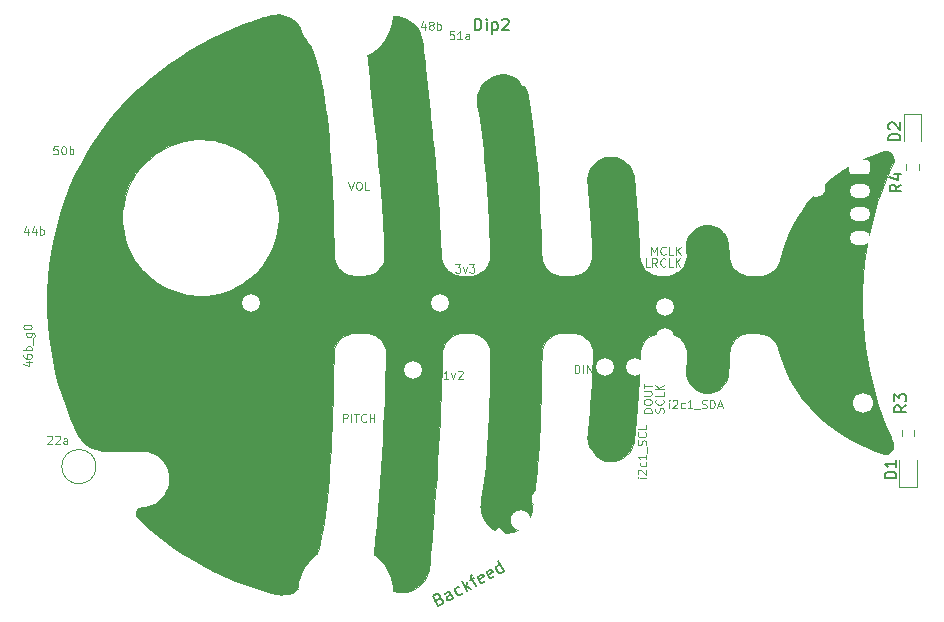
<source format=gto>
%TF.GenerationSoftware,KiCad,Pcbnew,5.1.10-88a1d61d58~88~ubuntu18.04.1*%
%TF.CreationDate,2021-11-09T17:20:44+11:00*%
%TF.ProjectId,Rockling,526f636b-6c69-46e6-972e-6b696361645f,rev?*%
%TF.SameCoordinates,PX42c1d80PY7bfa480*%
%TF.FileFunction,Legend,Top*%
%TF.FilePolarity,Positive*%
%FSLAX46Y46*%
G04 Gerber Fmt 4.6, Leading zero omitted, Abs format (unit mm)*
G04 Created by KiCad (PCBNEW 5.1.10-88a1d61d58~88~ubuntu18.04.1) date 2021-11-09 17:20:44*
%MOMM*%
%LPD*%
G01*
G04 APERTURE LIST*
%ADD10C,0.150000*%
%ADD11C,0.120000*%
%ADD12C,0.010000*%
%ADD13C,0.100000*%
%ADD14C,5.000000*%
%ADD15C,1.500000*%
%ADD16C,2.000000*%
%ADD17O,1.700000X1.700000*%
%ADD18R,1.700000X1.700000*%
%ADD19C,2.500000*%
%ADD20R,1.500000X1.000000*%
%ADD21C,0.350000*%
%ADD22C,1.580000*%
%ADD23R,1.580000X1.580000*%
%ADD24C,1.700000*%
%ADD25C,1.450000*%
%ADD26O,1.750000X1.200000*%
G04 APERTURE END LIST*
D10*
X40921428Y53087620D02*
X40921428Y54087620D01*
X41159523Y54087620D01*
X41302380Y54040000D01*
X41397619Y53944762D01*
X41445238Y53849524D01*
X41492857Y53659048D01*
X41492857Y53516191D01*
X41445238Y53325715D01*
X41397619Y53230477D01*
X41302380Y53135239D01*
X41159523Y53087620D01*
X40921428Y53087620D01*
X41921428Y53087620D02*
X41921428Y53754286D01*
X41921428Y54087620D02*
X41873809Y54040000D01*
X41921428Y53992381D01*
X41969047Y54040000D01*
X41921428Y54087620D01*
X41921428Y53992381D01*
X42397619Y53754286D02*
X42397619Y52754286D01*
X42397619Y53706667D02*
X42492857Y53754286D01*
X42683333Y53754286D01*
X42778571Y53706667D01*
X42826190Y53659048D01*
X42873809Y53563810D01*
X42873809Y53278096D01*
X42826190Y53182858D01*
X42778571Y53135239D01*
X42683333Y53087620D01*
X42492857Y53087620D01*
X42397619Y53135239D01*
X43254761Y53992381D02*
X43302380Y54040000D01*
X43397619Y54087620D01*
X43635714Y54087620D01*
X43730952Y54040000D01*
X43778571Y53992381D01*
X43826190Y53897143D01*
X43826190Y53801905D01*
X43778571Y53659048D01*
X43207142Y53087620D01*
X43826190Y53087620D01*
D11*
%TO.C,R4*%
X77477500Y41737258D02*
X77477500Y41262742D01*
X78522500Y41737258D02*
X78522500Y41262742D01*
%TO.C,D2*%
X77265000Y45985000D02*
X77265000Y43700000D01*
X78735000Y45985000D02*
X77265000Y45985000D01*
X78735000Y43700000D02*
X78735000Y45985000D01*
%TO.C,R3*%
X78122500Y18762742D02*
X78122500Y19237258D01*
X77077500Y18762742D02*
X77077500Y19237258D01*
%TO.C,D1*%
X78335000Y14415000D02*
X78335000Y16700000D01*
X76865000Y14415000D02*
X78335000Y14415000D01*
X76865000Y16700000D02*
X76865000Y14415000D01*
D12*
%TO.C,Rockling101*%
G36*
X24584204Y54411363D02*
G01*
X24869114Y54343696D01*
X25144072Y54235080D01*
X25409749Y54085320D01*
X25666813Y53894222D01*
X25839071Y53738592D01*
X26070033Y53491677D01*
X26290821Y53209047D01*
X26501703Y52890085D01*
X26702948Y52534174D01*
X26894824Y52140697D01*
X27077599Y51709037D01*
X27251542Y51238577D01*
X27416921Y50728700D01*
X27574004Y50178790D01*
X27723059Y49588229D01*
X27810807Y49204811D01*
X27937869Y48592208D01*
X28057912Y47938553D01*
X28170857Y47244559D01*
X28276624Y46510935D01*
X28375134Y45738391D01*
X28466309Y44927636D01*
X28550069Y44079382D01*
X28626336Y43194339D01*
X28695030Y42273216D01*
X28756072Y41316724D01*
X28809384Y40325573D01*
X28817559Y40156061D01*
X28826007Y39978181D01*
X28834408Y39801538D01*
X28842391Y39633945D01*
X28849582Y39483214D01*
X28855610Y39357157D01*
X28860103Y39263586D01*
X28860956Y39245894D01*
X28868859Y39069170D01*
X28877341Y38855515D01*
X28886244Y38610327D01*
X28895408Y38339001D01*
X28904673Y38046934D01*
X28913881Y37739523D01*
X28922870Y37422164D01*
X28931482Y37100254D01*
X28939557Y36779189D01*
X28946936Y36464366D01*
X28953458Y36161181D01*
X28956099Y36028561D01*
X28963268Y35664787D01*
X28969956Y35340795D01*
X28976272Y35054038D01*
X28982327Y34801968D01*
X28988229Y34582039D01*
X28994089Y34391702D01*
X29000015Y34228412D01*
X29006118Y34089620D01*
X29012506Y33972779D01*
X29019290Y33875343D01*
X29026580Y33794763D01*
X29034483Y33728493D01*
X29043111Y33673986D01*
X29052572Y33628693D01*
X29060631Y33598022D01*
X29154906Y33346697D01*
X29287938Y33111916D01*
X29459110Y32894667D01*
X29566033Y32786078D01*
X29772082Y32619566D01*
X29999256Y32489150D01*
X30248434Y32394449D01*
X30520496Y32335079D01*
X30633179Y32321400D01*
X30774710Y32311450D01*
X30937550Y32306069D01*
X31113376Y32304976D01*
X31293864Y32307892D01*
X31470692Y32314537D01*
X31635537Y32324631D01*
X31780076Y32337893D01*
X31895986Y32354044D01*
X31951166Y32365733D01*
X32204602Y32451990D01*
X32440807Y32572918D01*
X32655615Y32724947D01*
X32844859Y32904510D01*
X33004371Y33108039D01*
X33129987Y33331967D01*
X33159618Y33400555D01*
X33201407Y33508390D01*
X33232773Y33603003D01*
X33255105Y33693568D01*
X33269789Y33789260D01*
X33278214Y33899253D01*
X33281767Y34032720D01*
X33281836Y34198835D01*
X33281772Y34208228D01*
X33279259Y34356205D01*
X33273639Y34542921D01*
X33265109Y34764910D01*
X33253867Y35018705D01*
X33240111Y35300841D01*
X33224038Y35607852D01*
X33205847Y35936272D01*
X33185734Y36282636D01*
X33163898Y36643477D01*
X33140536Y37015331D01*
X33115846Y37394730D01*
X33090025Y37778209D01*
X33063272Y38162303D01*
X33035784Y38543545D01*
X33030043Y38621478D01*
X32991580Y39132811D01*
X32951548Y39647168D01*
X32909712Y40167020D01*
X32865838Y40694836D01*
X32819692Y41233086D01*
X32771039Y41784239D01*
X32719643Y42350765D01*
X32665271Y42935134D01*
X32607688Y43539816D01*
X32546659Y44167281D01*
X32481949Y44819997D01*
X32413325Y45500436D01*
X32340551Y46211066D01*
X32263392Y46954358D01*
X32181615Y47732780D01*
X32094984Y48548804D01*
X32023634Y49215394D01*
X31982072Y49602132D01*
X31944751Y49949096D01*
X31911463Y50258612D01*
X31881999Y50533007D01*
X31856154Y50774605D01*
X31833718Y50985733D01*
X31814485Y51168716D01*
X31798247Y51325880D01*
X31784796Y51459550D01*
X31773925Y51572053D01*
X31765426Y51665714D01*
X31759092Y51742858D01*
X31754715Y51805812D01*
X31752087Y51856902D01*
X31751001Y51898451D01*
X31751249Y51932788D01*
X31752624Y51962237D01*
X31754919Y51989123D01*
X31757924Y52015773D01*
X31761434Y52044513D01*
X31765241Y52077668D01*
X31766815Y52092839D01*
X31818813Y52411935D01*
X31908322Y52715522D01*
X32033383Y53000872D01*
X32192034Y53265255D01*
X32382315Y53505943D01*
X32602267Y53720205D01*
X32849927Y53905314D01*
X33123336Y54058540D01*
X33205778Y54096024D01*
X33497804Y54199994D01*
X33795550Y54263334D01*
X34095518Y54286732D01*
X34394212Y54270874D01*
X34688134Y54216449D01*
X34973788Y54124145D01*
X35247676Y53994648D01*
X35506302Y53828647D01*
X35746167Y53626828D01*
X35784927Y53588906D01*
X35998685Y53346564D01*
X36175154Y53084741D01*
X36313719Y52804649D01*
X36413765Y52507500D01*
X36468087Y52242228D01*
X36477265Y52173696D01*
X36490451Y52065637D01*
X36507372Y51920639D01*
X36527756Y51741290D01*
X36551330Y51530180D01*
X36577822Y51289896D01*
X36606959Y51023028D01*
X36638470Y50732164D01*
X36672082Y50419893D01*
X36707523Y50088804D01*
X36744519Y49741485D01*
X36782800Y49380524D01*
X36822092Y49008511D01*
X36862123Y48628035D01*
X36902621Y48241683D01*
X36943314Y47852045D01*
X36983929Y47461709D01*
X37024193Y47073264D01*
X37063835Y46689298D01*
X37102583Y46312401D01*
X37140163Y45945161D01*
X37176303Y45590166D01*
X37210731Y45250005D01*
X37243176Y44927267D01*
X37273363Y44624541D01*
X37301022Y44344415D01*
X37325879Y44089478D01*
X37326556Y44082478D01*
X37433372Y42952165D01*
X37533034Y41844449D01*
X37625379Y40761542D01*
X37710243Y39705658D01*
X37787463Y38679013D01*
X37856875Y37683819D01*
X37918316Y36722290D01*
X37971622Y35796641D01*
X38016630Y34909085D01*
X38036749Y34462228D01*
X38043960Y34309258D01*
X38052064Y34162278D01*
X38060535Y34029217D01*
X38068846Y33918003D01*
X38076470Y33836562D01*
X38080373Y33806061D01*
X38142249Y33540875D01*
X38242751Y33292845D01*
X38381473Y33062745D01*
X38558007Y32851348D01*
X38611581Y32798076D01*
X38804874Y32636008D01*
X39013116Y32507810D01*
X39244539Y32408890D01*
X39390801Y32363622D01*
X39480477Y32345801D01*
X39603799Y32330755D01*
X39752153Y32318767D01*
X39916924Y32310116D01*
X40089498Y32305084D01*
X40261261Y32303951D01*
X40423599Y32306998D01*
X40567898Y32314507D01*
X40652749Y32322472D01*
X40924410Y32374024D01*
X41175827Y32462600D01*
X41408477Y32588891D01*
X41623835Y32753583D01*
X41671929Y32797775D01*
X41859107Y33003009D01*
X42009110Y33228293D01*
X42122755Y33474997D01*
X42177466Y33647311D01*
X42190059Y33699604D01*
X42199599Y33754091D01*
X42206424Y33817237D01*
X42210875Y33895502D01*
X42213291Y33995349D01*
X42214014Y34123240D01*
X42213383Y34285638D01*
X42213111Y34324644D01*
X42210099Y34549588D01*
X42204204Y34812399D01*
X42195622Y35108725D01*
X42184552Y35434210D01*
X42171193Y35784503D01*
X42155743Y36155249D01*
X42138399Y36542095D01*
X42119362Y36940688D01*
X42098827Y37346673D01*
X42076995Y37755699D01*
X42054063Y38163410D01*
X42030230Y38565454D01*
X42005694Y38957477D01*
X41993774Y39140061D01*
X41938129Y39935976D01*
X41877725Y40715916D01*
X41812862Y41477137D01*
X41743841Y42216895D01*
X41670958Y42932445D01*
X41594516Y43621043D01*
X41514812Y44279943D01*
X41432145Y44906401D01*
X41346816Y45497673D01*
X41259124Y46051014D01*
X41206520Y46357894D01*
X41177469Y46525113D01*
X41155573Y46659816D01*
X41139868Y46771038D01*
X41129395Y46867812D01*
X41123192Y46959172D01*
X41120297Y47054150D01*
X41119748Y47161780D01*
X41119783Y47172811D01*
X41127643Y47393891D01*
X41151644Y47588880D01*
X41195002Y47772002D01*
X41260931Y47957476D01*
X41334365Y48121865D01*
X41482677Y48384988D01*
X41660164Y48620095D01*
X41863495Y48825721D01*
X42089334Y49000402D01*
X42334351Y49142672D01*
X42595210Y49251066D01*
X42868579Y49324118D01*
X43151125Y49360362D01*
X43439514Y49358334D01*
X43730413Y49316569D01*
X43931499Y49263613D01*
X44208282Y49154996D01*
X44464600Y49010819D01*
X44697663Y48833988D01*
X44904680Y48627411D01*
X45082861Y48393995D01*
X45229414Y48136647D01*
X45341550Y47858274D01*
X45369639Y47765478D01*
X45397665Y47652463D01*
X45429674Y47501015D01*
X45465126Y47314791D01*
X45503480Y47097450D01*
X45544197Y46852647D01*
X45586736Y46584042D01*
X45630558Y46295292D01*
X45675121Y45990053D01*
X45719887Y45671985D01*
X45764313Y45344745D01*
X45807862Y45011990D01*
X45849991Y44677377D01*
X45890161Y44344566D01*
X45927832Y44017212D01*
X45941712Y43891978D01*
X46052103Y42822372D01*
X46153166Y41714374D01*
X46244695Y40570931D01*
X46326487Y39394989D01*
X46398338Y38189495D01*
X46460043Y36957395D01*
X46511399Y35701635D01*
X46513738Y35636978D01*
X46525462Y35312326D01*
X46535904Y35027173D01*
X46545212Y34778708D01*
X46553536Y34564121D01*
X46561024Y34380600D01*
X46567825Y34225335D01*
X46574089Y34095517D01*
X46579964Y33988333D01*
X46585599Y33900975D01*
X46591144Y33830630D01*
X46596747Y33774489D01*
X46602558Y33729740D01*
X46608724Y33693574D01*
X46615396Y33663180D01*
X46619145Y33648613D01*
X46697819Y33410266D01*
X46800000Y33200000D01*
X46931363Y33007502D01*
X47042906Y32878666D01*
X47220063Y32708854D01*
X47402187Y32573974D01*
X47600398Y32467074D01*
X47825813Y32381204D01*
X47851407Y32373157D01*
X47903628Y32357258D01*
X47949777Y32344587D01*
X47995368Y32334770D01*
X48045915Y32327434D01*
X48106931Y32322207D01*
X48183930Y32318714D01*
X48282426Y32316583D01*
X48407933Y32315441D01*
X48565963Y32314913D01*
X48715166Y32314689D01*
X48924725Y32314782D01*
X49097869Y32316251D01*
X49240512Y32319990D01*
X49358569Y32326893D01*
X49457956Y32337855D01*
X49544588Y32353769D01*
X49624379Y32375528D01*
X49703244Y32404028D01*
X49787099Y32440161D01*
X49881858Y32484822D01*
X49900499Y32493821D01*
X50137484Y32631119D01*
X50346238Y32799586D01*
X50525217Y32997682D01*
X50672876Y33223866D01*
X50715722Y33307000D01*
X50798624Y33508287D01*
X50852417Y33713452D01*
X50879718Y33934653D01*
X50884495Y34091811D01*
X50882721Y34231160D01*
X50877515Y34409185D01*
X50869109Y34622386D01*
X50857738Y34867266D01*
X50843633Y35140326D01*
X50827029Y35438066D01*
X50808158Y35756989D01*
X50787254Y36093596D01*
X50764550Y36444388D01*
X50740278Y36805866D01*
X50714673Y37174532D01*
X50687967Y37546887D01*
X50660394Y37919432D01*
X50632186Y38288669D01*
X50603577Y38651099D01*
X50574800Y39003224D01*
X50546088Y39341544D01*
X50517674Y39662561D01*
X50501505Y39838561D01*
X50481826Y40074208D01*
X50470294Y40271272D01*
X50466959Y40428675D01*
X50469635Y40516410D01*
X50507686Y40800184D01*
X50584658Y41074099D01*
X50698333Y41333340D01*
X50846490Y41573093D01*
X51026908Y41788543D01*
X51080967Y41842022D01*
X51203271Y41953134D01*
X51313895Y42040620D01*
X51427036Y42114361D01*
X51556889Y42184236D01*
X51609508Y42209893D01*
X51763200Y42277888D01*
X51904475Y42326768D01*
X52045895Y42359191D01*
X52200025Y42377817D01*
X52379428Y42385303D01*
X52440499Y42385776D01*
X52627615Y42381890D01*
X52785866Y42367700D01*
X52928034Y42340487D01*
X53066903Y42297529D01*
X53215254Y42236107D01*
X53275066Y42208177D01*
X53524217Y42066073D01*
X53748851Y41891208D01*
X53946035Y41687241D01*
X54112834Y41457829D01*
X54246317Y41206628D01*
X54343548Y40937298D01*
X54366720Y40847051D01*
X54381121Y40769072D01*
X54397606Y40651604D01*
X54415967Y40497430D01*
X54435998Y40309330D01*
X54457491Y40090089D01*
X54480239Y39842487D01*
X54504035Y39569308D01*
X54528672Y39273333D01*
X54553943Y38957345D01*
X54579641Y38624126D01*
X54605558Y38276459D01*
X54631488Y37917124D01*
X54657223Y37548906D01*
X54682556Y37174585D01*
X54707281Y36796945D01*
X54731189Y36418767D01*
X54754074Y36042834D01*
X54775729Y35671928D01*
X54795947Y35308832D01*
X54814520Y34956327D01*
X54831242Y34617195D01*
X54832564Y34589228D01*
X54843052Y34372572D01*
X54852594Y34193008D01*
X54861790Y34045324D01*
X54871242Y33924307D01*
X54881550Y33824744D01*
X54893315Y33741423D01*
X54907138Y33669130D01*
X54923620Y33602654D01*
X54943362Y33536781D01*
X54959497Y33488077D01*
X55064000Y33244822D01*
X55203088Y33022935D01*
X55373252Y32825323D01*
X55570980Y32654890D01*
X55792763Y32514540D01*
X56035092Y32407181D01*
X56294457Y32335715D01*
X56367207Y32322911D01*
X56458486Y32313655D01*
X56586815Y32308013D01*
X56747057Y32306105D01*
X56934074Y32308052D01*
X56969128Y32308797D01*
X57128194Y32313027D01*
X57252493Y32318031D01*
X57349593Y32324511D01*
X57427060Y32333168D01*
X57492461Y32344705D01*
X57553364Y32359823D01*
X57569627Y32364495D01*
X57822303Y32459666D01*
X58054644Y32588886D01*
X58263663Y32748614D01*
X58446376Y32935307D01*
X58599797Y33145423D01*
X58720941Y33375420D01*
X58806823Y33621755D01*
X58854457Y33880887D01*
X58855389Y33890082D01*
X58858547Y33958024D01*
X58858620Y34058592D01*
X58855824Y34182204D01*
X58850377Y34319284D01*
X58842496Y34460231D01*
X58832864Y34621244D01*
X58827308Y34748510D01*
X58825821Y34850416D01*
X58828393Y34935350D01*
X58835017Y35011701D01*
X58841873Y35063284D01*
X58902636Y35335005D01*
X59000274Y35589525D01*
X59132452Y35823666D01*
X59296834Y36034252D01*
X59491086Y36218108D01*
X59712873Y36372056D01*
X59861466Y36450287D01*
X60112647Y36545664D01*
X60369152Y36600881D01*
X60626965Y36617072D01*
X60882069Y36595367D01*
X61130448Y36536899D01*
X61368088Y36442798D01*
X61590972Y36314196D01*
X61795085Y36152226D01*
X61976410Y35958018D01*
X62072014Y35827367D01*
X62140413Y35719917D01*
X62197935Y35617225D01*
X62245906Y35513861D01*
X62285654Y35404395D01*
X62318506Y35283398D01*
X62345790Y35145441D01*
X62368834Y34985095D01*
X62388966Y34796931D01*
X62407511Y34575518D01*
X62419757Y34405204D01*
X62433387Y34212410D01*
X62445524Y34055984D01*
X62456868Y33930019D01*
X62468118Y33828607D01*
X62479973Y33745839D01*
X62493131Y33675808D01*
X62508292Y33612605D01*
X62517422Y33579704D01*
X62612083Y33326081D01*
X62742269Y33093194D01*
X62905144Y32883869D01*
X63097875Y32700935D01*
X63317625Y32547219D01*
X63561561Y32425548D01*
X63736831Y32363449D01*
X63784089Y32350114D01*
X63831103Y32339449D01*
X63883459Y32331070D01*
X63946745Y32324595D01*
X64026548Y32319644D01*
X64128455Y32315834D01*
X64258053Y32312783D01*
X64420929Y32310110D01*
X64541203Y32308473D01*
X64757183Y32306306D01*
X64936781Y32306363D01*
X65085921Y32309259D01*
X65210523Y32315607D01*
X65316510Y32326022D01*
X65409804Y32341119D01*
X65496326Y32361513D01*
X65581998Y32387818D01*
X65672742Y32420649D01*
X65691552Y32427872D01*
X65929518Y32542271D01*
X66147503Y32692522D01*
X66341855Y32875418D01*
X66508922Y33087754D01*
X66586534Y33213573D01*
X66618928Y33273355D01*
X66647133Y33331951D01*
X66673554Y33396257D01*
X66700596Y33473168D01*
X66730661Y33569579D01*
X66766155Y33692385D01*
X66809482Y33848481D01*
X66815263Y33869561D01*
X67033480Y34595372D01*
X67282877Y35293071D01*
X67563976Y35963744D01*
X67877301Y36608474D01*
X68223375Y37228344D01*
X68602721Y37824440D01*
X68976657Y38346311D01*
X69418062Y38894738D01*
X69892967Y39418151D01*
X70399997Y39915535D01*
X70937777Y40385877D01*
X71504935Y40828161D01*
X72100095Y41241375D01*
X72721884Y41624502D01*
X73368928Y41976530D01*
X74039853Y42296443D01*
X74697249Y42569363D01*
X74927576Y42656774D01*
X75122975Y42727369D01*
X75286896Y42782191D01*
X75422791Y42822283D01*
X75534112Y42848688D01*
X75624311Y42862452D01*
X75675413Y42865122D01*
X75845807Y42845406D01*
X76003255Y42787971D01*
X76141950Y42696397D01*
X76256084Y42574260D01*
X76320724Y42467516D01*
X76350481Y42401213D01*
X76368341Y42341528D01*
X76377194Y42273289D01*
X76379931Y42181319D01*
X76379999Y42156311D01*
X76379999Y41965811D01*
X76164708Y41500144D01*
X75745071Y40542101D01*
X75363893Y39566684D01*
X75021355Y38574601D01*
X74717639Y37566561D01*
X74452925Y36543269D01*
X74227395Y35505435D01*
X74041230Y34453765D01*
X73894611Y33388967D01*
X73787719Y32311749D01*
X73777158Y32176228D01*
X73721797Y31206209D01*
X73700515Y30219908D01*
X73713068Y29225818D01*
X73759208Y28232433D01*
X73838689Y27248246D01*
X73947055Y26313061D01*
X74101091Y25304383D01*
X74292005Y24301007D01*
X74518773Y23306574D01*
X74780370Y22324726D01*
X75075772Y21359104D01*
X75403956Y20413349D01*
X75763896Y19491103D01*
X76057468Y18809478D01*
X76139611Y18626700D01*
X76206255Y18478113D01*
X76258958Y18359164D01*
X76299278Y18265297D01*
X76328775Y18191960D01*
X76349005Y18134598D01*
X76361527Y18088657D01*
X76367899Y18049585D01*
X76369680Y18012826D01*
X76368428Y17973827D01*
X76365701Y17928034D01*
X76364781Y17911380D01*
X76346523Y17756870D01*
X76306490Y17629675D01*
X76239917Y17518345D01*
X76166661Y17435316D01*
X76071573Y17350932D01*
X75977753Y17294087D01*
X75873441Y17260320D01*
X75746877Y17245165D01*
X75660332Y17243144D01*
X75585378Y17243539D01*
X75524416Y17246070D01*
X75469134Y17252758D01*
X75411221Y17265625D01*
X75342364Y17286692D01*
X75254252Y17317980D01*
X75138573Y17361511D01*
X75076923Y17385017D01*
X74598614Y17574975D01*
X74123820Y17777942D01*
X73660576Y17990140D01*
X73216916Y18207785D01*
X72800874Y18427098D01*
X72495916Y18599689D01*
X71842304Y19004333D01*
X71223605Y19431945D01*
X70640017Y19882276D01*
X70091739Y20355075D01*
X69578968Y20850094D01*
X69101903Y21367083D01*
X68660743Y21905794D01*
X68255686Y22465975D01*
X67886930Y23047379D01*
X67554674Y23649756D01*
X67259116Y24272856D01*
X67000455Y24916430D01*
X66778888Y25580229D01*
X66687230Y25900579D01*
X66624990Y26113849D01*
X66562457Y26293970D01*
X66496408Y26450025D01*
X66480907Y26482394D01*
X66432856Y26577344D01*
X66389516Y26652544D01*
X66342932Y26718705D01*
X66285149Y26786533D01*
X66208212Y26866736D01*
X66158474Y26916413D01*
X65979504Y27077330D01*
X65798700Y27204268D01*
X65608401Y27300573D01*
X65400946Y27369589D01*
X65168677Y27414662D01*
X64971166Y27434940D01*
X64741984Y27447923D01*
X64521211Y27453992D01*
X64316432Y27453228D01*
X64135232Y27445712D01*
X63985196Y27431524D01*
X63935012Y27423896D01*
X63670389Y27356965D01*
X63423976Y27252784D01*
X63198682Y27113574D01*
X62997417Y26941557D01*
X62823094Y26738955D01*
X62678622Y26507990D01*
X62643746Y26438183D01*
X62602055Y26345512D01*
X62567791Y26256589D01*
X62539885Y26165300D01*
X62517272Y26065529D01*
X62498884Y25951161D01*
X62483652Y25816082D01*
X62470511Y25654176D01*
X62458392Y25459329D01*
X62451956Y25339394D01*
X62436668Y25045659D01*
X62423007Y24790752D01*
X62410588Y24571215D01*
X62399030Y24383592D01*
X62387950Y24224423D01*
X62376966Y24090252D01*
X62365694Y23977620D01*
X62353752Y23883071D01*
X62340758Y23803147D01*
X62326329Y23734389D01*
X62310083Y23673341D01*
X62291637Y23616545D01*
X62270608Y23560543D01*
X62249372Y23508478D01*
X62122921Y23254801D01*
X61967954Y23032272D01*
X61783709Y22840074D01*
X61569429Y22677392D01*
X61371690Y22565894D01*
X61123454Y22467271D01*
X60864662Y22408251D01*
X60600069Y22388971D01*
X60334431Y22409567D01*
X60072503Y22470175D01*
X59922652Y22524336D01*
X59691231Y22642142D01*
X59480618Y22794116D01*
X59293864Y22975996D01*
X59134022Y23183520D01*
X59004144Y23412427D01*
X58907282Y23658456D01*
X58846487Y23917343D01*
X58830656Y24049201D01*
X58828528Y24111920D01*
X58829026Y24209676D01*
X58831933Y24335269D01*
X58837035Y24481498D01*
X58844116Y24641163D01*
X58852960Y24807064D01*
X58853762Y24820811D01*
X58867994Y25073894D01*
X58878548Y25289165D01*
X58885394Y25470989D01*
X58888502Y25623730D01*
X58887841Y25751751D01*
X58883381Y25859417D01*
X58875092Y25951093D01*
X58862943Y26031141D01*
X58846905Y26103928D01*
X58844824Y26111978D01*
X58756207Y26370891D01*
X58633234Y26608962D01*
X58479031Y26823353D01*
X58296725Y27011223D01*
X58089445Y27169733D01*
X57860318Y27296043D01*
X57612471Y27387312D01*
X57387194Y27435546D01*
X57288041Y27445536D01*
X57161093Y27451587D01*
X57015107Y27453939D01*
X56858837Y27452833D01*
X56701036Y27448509D01*
X56550459Y27441207D01*
X56415861Y27431168D01*
X56305995Y27418632D01*
X56229616Y27403839D01*
X56229332Y27403759D01*
X55973134Y27310741D01*
X55735827Y27182154D01*
X55521289Y27021227D01*
X55333399Y26831189D01*
X55176036Y26615270D01*
X55087345Y26453015D01*
X55056179Y26387403D01*
X55029148Y26327624D01*
X55005820Y26270126D01*
X54985765Y26211354D01*
X54968552Y26147757D01*
X54953751Y26075782D01*
X54940931Y25991874D01*
X54929661Y25892482D01*
X54919511Y25774051D01*
X54910050Y25633030D01*
X54900847Y25465865D01*
X54891473Y25269004D01*
X54881495Y25038892D01*
X54870485Y24771977D01*
X54863870Y24609144D01*
X54848958Y24264443D01*
X54831673Y23905430D01*
X54812239Y23534911D01*
X54790878Y23155694D01*
X54767813Y22770584D01*
X54743267Y22382390D01*
X54717463Y21993916D01*
X54690624Y21607970D01*
X54662972Y21227359D01*
X54634731Y20854889D01*
X54606124Y20493367D01*
X54577372Y20145599D01*
X54548700Y19814392D01*
X54520330Y19502552D01*
X54492484Y19212887D01*
X54465387Y18948203D01*
X54439260Y18711306D01*
X54414327Y18505003D01*
X54390810Y18332101D01*
X54368932Y18195407D01*
X54348917Y18097726D01*
X54345833Y18085643D01*
X54253140Y17816053D01*
X54124537Y17565018D01*
X53963172Y17335926D01*
X53772191Y17132167D01*
X53554743Y16957130D01*
X53313976Y16814204D01*
X53070471Y16712589D01*
X52791963Y16639776D01*
X52512166Y16608192D01*
X52234643Y16617009D01*
X51962952Y16665400D01*
X51700653Y16752539D01*
X51451306Y16877598D01*
X51218471Y17039751D01*
X51063220Y17178838D01*
X50871982Y17397724D01*
X50715742Y17639258D01*
X50595910Y17900323D01*
X50513896Y18177799D01*
X50471111Y18468568D01*
X50469447Y18491978D01*
X50466970Y18572742D01*
X50469029Y18675719D01*
X50475880Y18805031D01*
X50487783Y18964800D01*
X50504995Y19159148D01*
X50522396Y19338644D01*
X50563694Y19764949D01*
X50604118Y20206062D01*
X50643408Y20658030D01*
X50681305Y21116897D01*
X50717549Y21578707D01*
X50751879Y22039505D01*
X50784035Y22495335D01*
X50813759Y22942243D01*
X50840789Y23376273D01*
X50864866Y23793468D01*
X50885730Y24189875D01*
X50903121Y24561537D01*
X50916779Y24904499D01*
X50926443Y25214806D01*
X50931856Y25488502D01*
X50932747Y25582811D01*
X50933286Y25725383D01*
X50932397Y25834140D01*
X50929287Y25917597D01*
X50923163Y25984268D01*
X50913234Y26042668D01*
X50898707Y26101310D01*
X50878789Y26168710D01*
X50877963Y26171403D01*
X50775731Y26436985D01*
X50640883Y26676564D01*
X50475124Y26888445D01*
X50280164Y27070934D01*
X50057707Y27222339D01*
X49809462Y27340964D01*
X49641958Y27397712D01*
X49595850Y27410544D01*
X49551975Y27420849D01*
X49505162Y27428901D01*
X49450239Y27434977D01*
X49382034Y27439350D01*
X49295376Y27442296D01*
X49185092Y27444091D01*
X49046011Y27445010D01*
X48872962Y27445328D01*
X48746916Y27445344D01*
X48016666Y27445209D01*
X47836749Y27385287D01*
X47576661Y27277959D01*
X47341527Y27138762D01*
X47133667Y26970319D01*
X46955398Y26775249D01*
X46809039Y26556173D01*
X46696907Y26315710D01*
X46621321Y26056481D01*
X46610107Y25998777D01*
X46605764Y25955472D01*
X46600947Y25874126D01*
X46595796Y25759028D01*
X46590451Y25614468D01*
X46585052Y25444735D01*
X46579740Y25254115D01*
X46574653Y25046900D01*
X46569933Y24827377D01*
X46567183Y24683228D01*
X46551974Y23890470D01*
X46535760Y23137669D01*
X46518437Y22422457D01*
X46499897Y21742466D01*
X46480035Y21095329D01*
X46458744Y20478680D01*
X46435918Y19890149D01*
X46411452Y19327371D01*
X46385238Y18787976D01*
X46357172Y18269599D01*
X46327145Y17769872D01*
X46295054Y17286427D01*
X46260790Y16816897D01*
X46224249Y16358914D01*
X46185324Y15910111D01*
X46162852Y15666228D01*
X46130080Y15331735D01*
X46094508Y14994063D01*
X46056655Y14656874D01*
X46017037Y14323831D01*
X45976174Y13998597D01*
X45934583Y13684834D01*
X45892783Y13386205D01*
X45851292Y13106374D01*
X45810628Y12849001D01*
X45771309Y12617751D01*
X45733855Y12416285D01*
X45698782Y12248268D01*
X45666609Y12117360D01*
X45655142Y12077751D01*
X45624887Y11992802D01*
X45581390Y11887711D01*
X45531850Y11779408D01*
X45506398Y11728038D01*
X45353774Y11473436D01*
X45173285Y11247591D01*
X44968478Y11051442D01*
X44742900Y10885926D01*
X44500097Y10751981D01*
X44243614Y10650547D01*
X43977000Y10582562D01*
X43703799Y10548963D01*
X43427559Y10550689D01*
X43151825Y10588678D01*
X42880145Y10663869D01*
X42616065Y10777200D01*
X42398061Y10905667D01*
X42155932Y11092999D01*
X41944978Y11308024D01*
X41766682Y11548258D01*
X41622533Y11811213D01*
X41514015Y12094405D01*
X41442616Y12395347D01*
X41422911Y12536628D01*
X41413484Y12637216D01*
X41409021Y12731184D01*
X41410099Y12826298D01*
X41417293Y12930322D01*
X41431180Y13051023D01*
X41452336Y13196164D01*
X41481337Y13373510D01*
X41487866Y13411978D01*
X41568470Y13909201D01*
X41643736Y14424405D01*
X41713828Y14959624D01*
X41778911Y15516894D01*
X41839149Y16098250D01*
X41894708Y16705728D01*
X41945750Y17341363D01*
X41992442Y18007189D01*
X42034948Y18705243D01*
X42073431Y19437560D01*
X42108058Y20206175D01*
X42138991Y21013124D01*
X42163779Y21772811D01*
X42173440Y22107734D01*
X42182849Y22461576D01*
X42191872Y22827680D01*
X42200374Y23199391D01*
X42208222Y23570055D01*
X42215282Y23933015D01*
X42221419Y24281616D01*
X42226499Y24609203D01*
X42230389Y24909121D01*
X42232954Y25174713D01*
X42233295Y25222978D01*
X42234449Y25441059D01*
X42234268Y25622282D01*
X42231990Y25772117D01*
X42226853Y25896034D01*
X42218096Y25999505D01*
X42204955Y26088000D01*
X42186670Y26166989D01*
X42162477Y26241944D01*
X42131614Y26318335D01*
X42093320Y26401633D01*
X42059322Y26471811D01*
X41923570Y26707587D01*
X41762145Y26910526D01*
X41572365Y27083335D01*
X41351550Y27228722D01*
X41264499Y27274594D01*
X41169215Y27320965D01*
X41085769Y27358108D01*
X41007781Y27387042D01*
X40928869Y27408787D01*
X40842653Y27424364D01*
X40742752Y27434793D01*
X40622784Y27441093D01*
X40476369Y27444286D01*
X40297127Y27445390D01*
X40195582Y27445478D01*
X40018382Y27445318D01*
X39877637Y27444584D01*
X39767470Y27442891D01*
X39682003Y27439858D01*
X39615359Y27435101D01*
X39561660Y27428236D01*
X39515029Y27418882D01*
X39469587Y27406654D01*
X39434328Y27395863D01*
X39176703Y27294178D01*
X38941381Y27159282D01*
X38731322Y26994148D01*
X38549483Y26801747D01*
X38398824Y26585052D01*
X38282305Y26347035D01*
X38226314Y26182434D01*
X38214009Y26133385D01*
X38202920Y26075353D01*
X38192891Y26005419D01*
X38183766Y25920660D01*
X38175389Y25818157D01*
X38167604Y25694989D01*
X38160255Y25548235D01*
X38153186Y25374975D01*
X38146240Y25172289D01*
X38139261Y24937254D01*
X38132094Y24666952D01*
X38124583Y24358461D01*
X38121305Y24217561D01*
X38094973Y23230527D01*
X38060514Y22203657D01*
X38018032Y21138641D01*
X37967633Y20037171D01*
X37909420Y18900935D01*
X37843499Y17731623D01*
X37769974Y16530926D01*
X37688951Y15300534D01*
X37600534Y14042135D01*
X37504827Y12757421D01*
X37401936Y11448082D01*
X37291964Y10115806D01*
X37175018Y8762285D01*
X37136356Y8327373D01*
X37114998Y8093740D01*
X37096016Y7897840D01*
X37078853Y7735171D01*
X37062955Y7601233D01*
X37047766Y7491528D01*
X37032730Y7401554D01*
X37017293Y7326812D01*
X37008337Y7290206D01*
X36910193Y6993445D01*
X36776105Y6715342D01*
X36609022Y6458682D01*
X36411896Y6226246D01*
X36187677Y6020817D01*
X35939315Y5845179D01*
X35669763Y5702113D01*
X35381969Y5594403D01*
X35149663Y5537285D01*
X34897616Y5506263D01*
X34628522Y5504438D01*
X34355073Y5530885D01*
X34089964Y5584676D01*
X33955497Y5624514D01*
X33677831Y5738888D01*
X33419363Y5888781D01*
X33182639Y6070791D01*
X32970205Y6281515D01*
X32784608Y6517551D01*
X32628396Y6775497D01*
X32504114Y7051950D01*
X32414309Y7343508D01*
X32361528Y7646769D01*
X32351534Y7767391D01*
X32348746Y7850523D01*
X32349433Y7948288D01*
X32353871Y8065629D01*
X32362333Y8207487D01*
X32375092Y8378804D01*
X32392421Y8584522D01*
X32403897Y8712978D01*
X32514464Y9960044D01*
X32619450Y11201977D01*
X32718693Y12436062D01*
X32812029Y13659583D01*
X32899293Y14869826D01*
X32980323Y16064077D01*
X33054954Y17239620D01*
X33123024Y18393742D01*
X33184368Y19523726D01*
X33238823Y20626860D01*
X33286226Y21700427D01*
X33326412Y22741713D01*
X33359218Y23748003D01*
X33384481Y24716583D01*
X33393119Y25127728D01*
X33396796Y25328893D01*
X33399154Y25493056D01*
X33400061Y25625532D01*
X33399387Y25731636D01*
X33397002Y25816682D01*
X33392776Y25885986D01*
X33386577Y25944863D01*
X33378276Y25998626D01*
X33370773Y26037894D01*
X33297324Y26298230D01*
X33187525Y26541207D01*
X33044202Y26763083D01*
X32870186Y26960117D01*
X32668302Y27128567D01*
X32444747Y27263010D01*
X32341910Y27313530D01*
X32251102Y27354788D01*
X32166470Y27387721D01*
X32082161Y27413266D01*
X31992321Y27432358D01*
X31891098Y27445934D01*
X31772637Y27454931D01*
X31631086Y27460285D01*
X31460590Y27462932D01*
X31255298Y27463808D01*
X31189166Y27463864D01*
X30996260Y27463789D01*
X30840295Y27463191D01*
X30715879Y27461785D01*
X30617619Y27459288D01*
X30540124Y27455416D01*
X30478001Y27449885D01*
X30425858Y27442411D01*
X30378304Y27432711D01*
X30329946Y27420499D01*
X30321332Y27418174D01*
X30061560Y27326552D01*
X29822549Y27199891D01*
X29607280Y27041182D01*
X29418732Y26853416D01*
X29259886Y26639583D01*
X29133720Y26402675D01*
X29043216Y26145680D01*
X29039516Y26131728D01*
X29030471Y26096155D01*
X29022478Y26061164D01*
X29015416Y26023845D01*
X29009167Y25981287D01*
X29003610Y25930583D01*
X28998625Y25868822D01*
X28994093Y25793096D01*
X28989894Y25700495D01*
X28985908Y25588109D01*
X28982015Y25453030D01*
X28978095Y25292348D01*
X28974028Y25103154D01*
X28969695Y24882538D01*
X28964976Y24627592D01*
X28959751Y24335405D01*
X28955436Y24090561D01*
X28932011Y22926623D01*
X28903355Y21804398D01*
X28869442Y20723584D01*
X28830245Y19683881D01*
X28785736Y18684990D01*
X28735888Y17726610D01*
X28680674Y16808440D01*
X28620067Y15930180D01*
X28554039Y15091531D01*
X28482565Y14292191D01*
X28405616Y13531860D01*
X28323165Y12810239D01*
X28235185Y12127026D01*
X28141650Y11481922D01*
X28042532Y10874626D01*
X27937803Y10304838D01*
X27827437Y9772257D01*
X27711407Y9276584D01*
X27589686Y8817518D01*
X27568896Y8744728D01*
X27431463Y8293819D01*
X27290680Y7882795D01*
X27145353Y7509262D01*
X26994288Y7170827D01*
X26836292Y6865095D01*
X26670169Y6589674D01*
X26494726Y6342169D01*
X26308769Y6120187D01*
X26205947Y6012473D01*
X26012038Y5831099D01*
X25824922Y5684134D01*
X25636223Y5566462D01*
X25437561Y5472969D01*
X25220559Y5398542D01*
X25182529Y5387772D01*
X25038444Y5357449D01*
X24865516Y5335980D01*
X24676399Y5323852D01*
X24483751Y5321553D01*
X24300225Y5329571D01*
X24142643Y5347707D01*
X24052075Y5364854D01*
X23934315Y5390583D01*
X23802856Y5421775D01*
X23671189Y5455314D01*
X23634643Y5465102D01*
X22619303Y5761349D01*
X21622488Y6094090D01*
X20645189Y6462810D01*
X19688393Y6866991D01*
X18753090Y7306118D01*
X17840270Y7779675D01*
X16950920Y8287146D01*
X16086031Y8828014D01*
X15246591Y9401764D01*
X14433589Y10007879D01*
X13648015Y10645844D01*
X13557332Y10723064D01*
X13376298Y10879415D01*
X13198652Y11035535D01*
X13027789Y11188258D01*
X12867103Y11334417D01*
X12719991Y11470846D01*
X12589846Y11594378D01*
X12480065Y11701846D01*
X12394041Y11790084D01*
X12335170Y11855924D01*
X12315886Y11881021D01*
X12250811Y12008818D01*
X12223421Y12142517D01*
X12231017Y12275657D01*
X12270901Y12401778D01*
X12340374Y12514417D01*
X12436737Y12607115D01*
X12557294Y12673409D01*
X12658476Y12701324D01*
X12733489Y12713053D01*
X12832961Y12726938D01*
X12939265Y12740557D01*
X12975249Y12744862D01*
X13264186Y12799531D01*
X13544089Y12893076D01*
X13811145Y13022362D01*
X14061538Y13184253D01*
X14291454Y13375616D01*
X14497079Y13593314D01*
X14674597Y13834214D01*
X14820195Y14095180D01*
X14920384Y14343404D01*
X15001293Y14648708D01*
X15041843Y14954194D01*
X15043597Y15256746D01*
X15008119Y15553246D01*
X14936972Y15840576D01*
X14831722Y16115620D01*
X14693930Y16375260D01*
X14525163Y16616378D01*
X14326982Y16835858D01*
X14100953Y17030581D01*
X13848639Y17197432D01*
X13571604Y17333291D01*
X13386391Y17401147D01*
X13312336Y17424720D01*
X13244659Y17445168D01*
X13179960Y17462633D01*
X13114839Y17477258D01*
X13045898Y17489185D01*
X12969738Y17498557D01*
X12882959Y17505516D01*
X12782163Y17510204D01*
X12663950Y17512764D01*
X12524921Y17513338D01*
X12361677Y17512068D01*
X12170818Y17509098D01*
X11948947Y17504568D01*
X11692663Y17498623D01*
X11398567Y17491403D01*
X11293893Y17488796D01*
X10952997Y17480776D01*
X10651260Y17474780D01*
X10385554Y17470862D01*
X10152752Y17469080D01*
X9949725Y17469489D01*
X9773346Y17472147D01*
X9620486Y17477110D01*
X9488017Y17484433D01*
X9372810Y17494173D01*
X9271739Y17506387D01*
X9181675Y17521131D01*
X9149719Y17527401D01*
X8816616Y17616121D01*
X8505140Y17741166D01*
X8214556Y17902920D01*
X7944132Y18101761D01*
X7806645Y18224294D01*
X7688273Y18341129D01*
X7584467Y18454479D01*
X7490995Y18570774D01*
X7403625Y18696443D01*
X7318123Y18837913D01*
X7230258Y19001615D01*
X7135796Y19193976D01*
X7057527Y19362121D01*
X6653714Y20293601D01*
X6286410Y21242941D01*
X5956082Y22207791D01*
X5663197Y23185801D01*
X5408223Y24174619D01*
X5191627Y25171896D01*
X5013875Y26175281D01*
X4875437Y27182423D01*
X4776777Y28190974D01*
X4718365Y29198581D01*
X4700666Y30202895D01*
X4720578Y31117894D01*
X4783504Y32160116D01*
X4886314Y33189930D01*
X5028679Y34206631D01*
X5210272Y35209512D01*
X5430768Y36197866D01*
X5689837Y37170988D01*
X5697622Y37196053D01*
X11081301Y37196053D01*
X11082960Y37005964D01*
X11086982Y36826470D01*
X11093365Y36666381D01*
X11102111Y36534509D01*
X11108434Y36473061D01*
X11194353Y35947298D01*
X11318782Y35436842D01*
X11480269Y34943240D01*
X11677363Y34468035D01*
X11908614Y34012775D01*
X12172570Y33579003D01*
X12467782Y33168267D01*
X12792798Y32782112D01*
X13146167Y32422082D01*
X13526439Y32089724D01*
X13932162Y31786583D01*
X14361887Y31514205D01*
X14814162Y31274135D01*
X15287536Y31067918D01*
X15780560Y30897101D01*
X16291781Y30763228D01*
X16510082Y30718669D01*
X16613963Y30700406D01*
X16723881Y30683751D01*
X16847882Y30667701D01*
X16994012Y30651253D01*
X17170316Y30633404D01*
X17272082Y30623660D01*
X17368301Y30617735D01*
X17495874Y30614404D01*
X17643911Y30613565D01*
X17801519Y30615114D01*
X17957807Y30618948D01*
X18101882Y30624962D01*
X18218138Y30632654D01*
X18748238Y30698065D01*
X19266776Y30804013D01*
X19772416Y30949956D01*
X20263823Y31135351D01*
X20739664Y31359656D01*
X21198605Y31622329D01*
X21639310Y31922828D01*
X21907582Y32131804D01*
X22287126Y32469380D01*
X22638310Y32836194D01*
X22959862Y33229423D01*
X23250509Y33646241D01*
X23508980Y34083824D01*
X23734000Y34539347D01*
X23924299Y35009985D01*
X24078602Y35492913D01*
X24195639Y35985307D01*
X24274135Y36484341D01*
X24312819Y36987191D01*
X24311447Y37467894D01*
X24268151Y38005057D01*
X24184866Y38530169D01*
X24062225Y39041773D01*
X23900861Y39538413D01*
X23701407Y40018633D01*
X23464496Y40480977D01*
X23190761Y40923989D01*
X22880835Y41346212D01*
X22535350Y41746191D01*
X22383864Y41903119D01*
X21998826Y42260383D01*
X21591842Y42582784D01*
X21165147Y42869923D01*
X20720975Y43121404D01*
X20261561Y43336831D01*
X19789139Y43515805D01*
X19305945Y43657930D01*
X18814212Y43762808D01*
X18316176Y43830044D01*
X17814071Y43859240D01*
X17310132Y43849998D01*
X16806594Y43801922D01*
X16305690Y43714615D01*
X15809656Y43587680D01*
X15320727Y43420719D01*
X14886837Y43235070D01*
X14417744Y42991266D01*
X13973678Y42714189D01*
X13555915Y42405608D01*
X13165733Y42067295D01*
X12804409Y41701019D01*
X12473219Y41308550D01*
X12173440Y40891660D01*
X11906350Y40452117D01*
X11673226Y39991694D01*
X11475344Y39512159D01*
X11313981Y39015283D01*
X11190415Y38502836D01*
X11108434Y37997061D01*
X11098283Y37886153D01*
X11090494Y37741787D01*
X11085068Y37572775D01*
X11082003Y37387927D01*
X11081301Y37196053D01*
X5697622Y37196053D01*
X5987153Y38128170D01*
X6322390Y39068707D01*
X6695219Y39991891D01*
X7105313Y40897017D01*
X7552346Y41783378D01*
X8035990Y42650268D01*
X8555917Y43496980D01*
X9111802Y44322808D01*
X9703316Y45127046D01*
X10330132Y45908986D01*
X10991923Y46667923D01*
X11688363Y47403150D01*
X12419123Y48113961D01*
X12721249Y48391549D01*
X13474834Y49044921D01*
X14261421Y49672771D01*
X15079642Y50274294D01*
X15928132Y50848684D01*
X16805523Y51395136D01*
X17710450Y51912845D01*
X18641545Y52401007D01*
X19597441Y52858815D01*
X20576772Y53285465D01*
X21578172Y53680151D01*
X21896999Y53797380D01*
X22123596Y53878244D01*
X22354649Y53958771D01*
X22584777Y54037215D01*
X22808597Y54111829D01*
X23020727Y54180865D01*
X23215785Y54242577D01*
X23388389Y54295219D01*
X23533156Y54337042D01*
X23644705Y54366300D01*
X23663070Y54370608D01*
X23981852Y54424624D01*
X24288673Y54438274D01*
X24584204Y54411363D01*
G37*
X24584204Y54411363D02*
X24869114Y54343696D01*
X25144072Y54235080D01*
X25409749Y54085320D01*
X25666813Y53894222D01*
X25839071Y53738592D01*
X26070033Y53491677D01*
X26290821Y53209047D01*
X26501703Y52890085D01*
X26702948Y52534174D01*
X26894824Y52140697D01*
X27077599Y51709037D01*
X27251542Y51238577D01*
X27416921Y50728700D01*
X27574004Y50178790D01*
X27723059Y49588229D01*
X27810807Y49204811D01*
X27937869Y48592208D01*
X28057912Y47938553D01*
X28170857Y47244559D01*
X28276624Y46510935D01*
X28375134Y45738391D01*
X28466309Y44927636D01*
X28550069Y44079382D01*
X28626336Y43194339D01*
X28695030Y42273216D01*
X28756072Y41316724D01*
X28809384Y40325573D01*
X28817559Y40156061D01*
X28826007Y39978181D01*
X28834408Y39801538D01*
X28842391Y39633945D01*
X28849582Y39483214D01*
X28855610Y39357157D01*
X28860103Y39263586D01*
X28860956Y39245894D01*
X28868859Y39069170D01*
X28877341Y38855515D01*
X28886244Y38610327D01*
X28895408Y38339001D01*
X28904673Y38046934D01*
X28913881Y37739523D01*
X28922870Y37422164D01*
X28931482Y37100254D01*
X28939557Y36779189D01*
X28946936Y36464366D01*
X28953458Y36161181D01*
X28956099Y36028561D01*
X28963268Y35664787D01*
X28969956Y35340795D01*
X28976272Y35054038D01*
X28982327Y34801968D01*
X28988229Y34582039D01*
X28994089Y34391702D01*
X29000015Y34228412D01*
X29006118Y34089620D01*
X29012506Y33972779D01*
X29019290Y33875343D01*
X29026580Y33794763D01*
X29034483Y33728493D01*
X29043111Y33673986D01*
X29052572Y33628693D01*
X29060631Y33598022D01*
X29154906Y33346697D01*
X29287938Y33111916D01*
X29459110Y32894667D01*
X29566033Y32786078D01*
X29772082Y32619566D01*
X29999256Y32489150D01*
X30248434Y32394449D01*
X30520496Y32335079D01*
X30633179Y32321400D01*
X30774710Y32311450D01*
X30937550Y32306069D01*
X31113376Y32304976D01*
X31293864Y32307892D01*
X31470692Y32314537D01*
X31635537Y32324631D01*
X31780076Y32337893D01*
X31895986Y32354044D01*
X31951166Y32365733D01*
X32204602Y32451990D01*
X32440807Y32572918D01*
X32655615Y32724947D01*
X32844859Y32904510D01*
X33004371Y33108039D01*
X33129987Y33331967D01*
X33159618Y33400555D01*
X33201407Y33508390D01*
X33232773Y33603003D01*
X33255105Y33693568D01*
X33269789Y33789260D01*
X33278214Y33899253D01*
X33281767Y34032720D01*
X33281836Y34198835D01*
X33281772Y34208228D01*
X33279259Y34356205D01*
X33273639Y34542921D01*
X33265109Y34764910D01*
X33253867Y35018705D01*
X33240111Y35300841D01*
X33224038Y35607852D01*
X33205847Y35936272D01*
X33185734Y36282636D01*
X33163898Y36643477D01*
X33140536Y37015331D01*
X33115846Y37394730D01*
X33090025Y37778209D01*
X33063272Y38162303D01*
X33035784Y38543545D01*
X33030043Y38621478D01*
X32991580Y39132811D01*
X32951548Y39647168D01*
X32909712Y40167020D01*
X32865838Y40694836D01*
X32819692Y41233086D01*
X32771039Y41784239D01*
X32719643Y42350765D01*
X32665271Y42935134D01*
X32607688Y43539816D01*
X32546659Y44167281D01*
X32481949Y44819997D01*
X32413325Y45500436D01*
X32340551Y46211066D01*
X32263392Y46954358D01*
X32181615Y47732780D01*
X32094984Y48548804D01*
X32023634Y49215394D01*
X31982072Y49602132D01*
X31944751Y49949096D01*
X31911463Y50258612D01*
X31881999Y50533007D01*
X31856154Y50774605D01*
X31833718Y50985733D01*
X31814485Y51168716D01*
X31798247Y51325880D01*
X31784796Y51459550D01*
X31773925Y51572053D01*
X31765426Y51665714D01*
X31759092Y51742858D01*
X31754715Y51805812D01*
X31752087Y51856902D01*
X31751001Y51898451D01*
X31751249Y51932788D01*
X31752624Y51962237D01*
X31754919Y51989123D01*
X31757924Y52015773D01*
X31761434Y52044513D01*
X31765241Y52077668D01*
X31766815Y52092839D01*
X31818813Y52411935D01*
X31908322Y52715522D01*
X32033383Y53000872D01*
X32192034Y53265255D01*
X32382315Y53505943D01*
X32602267Y53720205D01*
X32849927Y53905314D01*
X33123336Y54058540D01*
X33205778Y54096024D01*
X33497804Y54199994D01*
X33795550Y54263334D01*
X34095518Y54286732D01*
X34394212Y54270874D01*
X34688134Y54216449D01*
X34973788Y54124145D01*
X35247676Y53994648D01*
X35506302Y53828647D01*
X35746167Y53626828D01*
X35784927Y53588906D01*
X35998685Y53346564D01*
X36175154Y53084741D01*
X36313719Y52804649D01*
X36413765Y52507500D01*
X36468087Y52242228D01*
X36477265Y52173696D01*
X36490451Y52065637D01*
X36507372Y51920639D01*
X36527756Y51741290D01*
X36551330Y51530180D01*
X36577822Y51289896D01*
X36606959Y51023028D01*
X36638470Y50732164D01*
X36672082Y50419893D01*
X36707523Y50088804D01*
X36744519Y49741485D01*
X36782800Y49380524D01*
X36822092Y49008511D01*
X36862123Y48628035D01*
X36902621Y48241683D01*
X36943314Y47852045D01*
X36983929Y47461709D01*
X37024193Y47073264D01*
X37063835Y46689298D01*
X37102583Y46312401D01*
X37140163Y45945161D01*
X37176303Y45590166D01*
X37210731Y45250005D01*
X37243176Y44927267D01*
X37273363Y44624541D01*
X37301022Y44344415D01*
X37325879Y44089478D01*
X37326556Y44082478D01*
X37433372Y42952165D01*
X37533034Y41844449D01*
X37625379Y40761542D01*
X37710243Y39705658D01*
X37787463Y38679013D01*
X37856875Y37683819D01*
X37918316Y36722290D01*
X37971622Y35796641D01*
X38016630Y34909085D01*
X38036749Y34462228D01*
X38043960Y34309258D01*
X38052064Y34162278D01*
X38060535Y34029217D01*
X38068846Y33918003D01*
X38076470Y33836562D01*
X38080373Y33806061D01*
X38142249Y33540875D01*
X38242751Y33292845D01*
X38381473Y33062745D01*
X38558007Y32851348D01*
X38611581Y32798076D01*
X38804874Y32636008D01*
X39013116Y32507810D01*
X39244539Y32408890D01*
X39390801Y32363622D01*
X39480477Y32345801D01*
X39603799Y32330755D01*
X39752153Y32318767D01*
X39916924Y32310116D01*
X40089498Y32305084D01*
X40261261Y32303951D01*
X40423599Y32306998D01*
X40567898Y32314507D01*
X40652749Y32322472D01*
X40924410Y32374024D01*
X41175827Y32462600D01*
X41408477Y32588891D01*
X41623835Y32753583D01*
X41671929Y32797775D01*
X41859107Y33003009D01*
X42009110Y33228293D01*
X42122755Y33474997D01*
X42177466Y33647311D01*
X42190059Y33699604D01*
X42199599Y33754091D01*
X42206424Y33817237D01*
X42210875Y33895502D01*
X42213291Y33995349D01*
X42214014Y34123240D01*
X42213383Y34285638D01*
X42213111Y34324644D01*
X42210099Y34549588D01*
X42204204Y34812399D01*
X42195622Y35108725D01*
X42184552Y35434210D01*
X42171193Y35784503D01*
X42155743Y36155249D01*
X42138399Y36542095D01*
X42119362Y36940688D01*
X42098827Y37346673D01*
X42076995Y37755699D01*
X42054063Y38163410D01*
X42030230Y38565454D01*
X42005694Y38957477D01*
X41993774Y39140061D01*
X41938129Y39935976D01*
X41877725Y40715916D01*
X41812862Y41477137D01*
X41743841Y42216895D01*
X41670958Y42932445D01*
X41594516Y43621043D01*
X41514812Y44279943D01*
X41432145Y44906401D01*
X41346816Y45497673D01*
X41259124Y46051014D01*
X41206520Y46357894D01*
X41177469Y46525113D01*
X41155573Y46659816D01*
X41139868Y46771038D01*
X41129395Y46867812D01*
X41123192Y46959172D01*
X41120297Y47054150D01*
X41119748Y47161780D01*
X41119783Y47172811D01*
X41127643Y47393891D01*
X41151644Y47588880D01*
X41195002Y47772002D01*
X41260931Y47957476D01*
X41334365Y48121865D01*
X41482677Y48384988D01*
X41660164Y48620095D01*
X41863495Y48825721D01*
X42089334Y49000402D01*
X42334351Y49142672D01*
X42595210Y49251066D01*
X42868579Y49324118D01*
X43151125Y49360362D01*
X43439514Y49358334D01*
X43730413Y49316569D01*
X43931499Y49263613D01*
X44208282Y49154996D01*
X44464600Y49010819D01*
X44697663Y48833988D01*
X44904680Y48627411D01*
X45082861Y48393995D01*
X45229414Y48136647D01*
X45341550Y47858274D01*
X45369639Y47765478D01*
X45397665Y47652463D01*
X45429674Y47501015D01*
X45465126Y47314791D01*
X45503480Y47097450D01*
X45544197Y46852647D01*
X45586736Y46584042D01*
X45630558Y46295292D01*
X45675121Y45990053D01*
X45719887Y45671985D01*
X45764313Y45344745D01*
X45807862Y45011990D01*
X45849991Y44677377D01*
X45890161Y44344566D01*
X45927832Y44017212D01*
X45941712Y43891978D01*
X46052103Y42822372D01*
X46153166Y41714374D01*
X46244695Y40570931D01*
X46326487Y39394989D01*
X46398338Y38189495D01*
X46460043Y36957395D01*
X46511399Y35701635D01*
X46513738Y35636978D01*
X46525462Y35312326D01*
X46535904Y35027173D01*
X46545212Y34778708D01*
X46553536Y34564121D01*
X46561024Y34380600D01*
X46567825Y34225335D01*
X46574089Y34095517D01*
X46579964Y33988333D01*
X46585599Y33900975D01*
X46591144Y33830630D01*
X46596747Y33774489D01*
X46602558Y33729740D01*
X46608724Y33693574D01*
X46615396Y33663180D01*
X46619145Y33648613D01*
X46697819Y33410266D01*
X46800000Y33200000D01*
X46931363Y33007502D01*
X47042906Y32878666D01*
X47220063Y32708854D01*
X47402187Y32573974D01*
X47600398Y32467074D01*
X47825813Y32381204D01*
X47851407Y32373157D01*
X47903628Y32357258D01*
X47949777Y32344587D01*
X47995368Y32334770D01*
X48045915Y32327434D01*
X48106931Y32322207D01*
X48183930Y32318714D01*
X48282426Y32316583D01*
X48407933Y32315441D01*
X48565963Y32314913D01*
X48715166Y32314689D01*
X48924725Y32314782D01*
X49097869Y32316251D01*
X49240512Y32319990D01*
X49358569Y32326893D01*
X49457956Y32337855D01*
X49544588Y32353769D01*
X49624379Y32375528D01*
X49703244Y32404028D01*
X49787099Y32440161D01*
X49881858Y32484822D01*
X49900499Y32493821D01*
X50137484Y32631119D01*
X50346238Y32799586D01*
X50525217Y32997682D01*
X50672876Y33223866D01*
X50715722Y33307000D01*
X50798624Y33508287D01*
X50852417Y33713452D01*
X50879718Y33934653D01*
X50884495Y34091811D01*
X50882721Y34231160D01*
X50877515Y34409185D01*
X50869109Y34622386D01*
X50857738Y34867266D01*
X50843633Y35140326D01*
X50827029Y35438066D01*
X50808158Y35756989D01*
X50787254Y36093596D01*
X50764550Y36444388D01*
X50740278Y36805866D01*
X50714673Y37174532D01*
X50687967Y37546887D01*
X50660394Y37919432D01*
X50632186Y38288669D01*
X50603577Y38651099D01*
X50574800Y39003224D01*
X50546088Y39341544D01*
X50517674Y39662561D01*
X50501505Y39838561D01*
X50481826Y40074208D01*
X50470294Y40271272D01*
X50466959Y40428675D01*
X50469635Y40516410D01*
X50507686Y40800184D01*
X50584658Y41074099D01*
X50698333Y41333340D01*
X50846490Y41573093D01*
X51026908Y41788543D01*
X51080967Y41842022D01*
X51203271Y41953134D01*
X51313895Y42040620D01*
X51427036Y42114361D01*
X51556889Y42184236D01*
X51609508Y42209893D01*
X51763200Y42277888D01*
X51904475Y42326768D01*
X52045895Y42359191D01*
X52200025Y42377817D01*
X52379428Y42385303D01*
X52440499Y42385776D01*
X52627615Y42381890D01*
X52785866Y42367700D01*
X52928034Y42340487D01*
X53066903Y42297529D01*
X53215254Y42236107D01*
X53275066Y42208177D01*
X53524217Y42066073D01*
X53748851Y41891208D01*
X53946035Y41687241D01*
X54112834Y41457829D01*
X54246317Y41206628D01*
X54343548Y40937298D01*
X54366720Y40847051D01*
X54381121Y40769072D01*
X54397606Y40651604D01*
X54415967Y40497430D01*
X54435998Y40309330D01*
X54457491Y40090089D01*
X54480239Y39842487D01*
X54504035Y39569308D01*
X54528672Y39273333D01*
X54553943Y38957345D01*
X54579641Y38624126D01*
X54605558Y38276459D01*
X54631488Y37917124D01*
X54657223Y37548906D01*
X54682556Y37174585D01*
X54707281Y36796945D01*
X54731189Y36418767D01*
X54754074Y36042834D01*
X54775729Y35671928D01*
X54795947Y35308832D01*
X54814520Y34956327D01*
X54831242Y34617195D01*
X54832564Y34589228D01*
X54843052Y34372572D01*
X54852594Y34193008D01*
X54861790Y34045324D01*
X54871242Y33924307D01*
X54881550Y33824744D01*
X54893315Y33741423D01*
X54907138Y33669130D01*
X54923620Y33602654D01*
X54943362Y33536781D01*
X54959497Y33488077D01*
X55064000Y33244822D01*
X55203088Y33022935D01*
X55373252Y32825323D01*
X55570980Y32654890D01*
X55792763Y32514540D01*
X56035092Y32407181D01*
X56294457Y32335715D01*
X56367207Y32322911D01*
X56458486Y32313655D01*
X56586815Y32308013D01*
X56747057Y32306105D01*
X56934074Y32308052D01*
X56969128Y32308797D01*
X57128194Y32313027D01*
X57252493Y32318031D01*
X57349593Y32324511D01*
X57427060Y32333168D01*
X57492461Y32344705D01*
X57553364Y32359823D01*
X57569627Y32364495D01*
X57822303Y32459666D01*
X58054644Y32588886D01*
X58263663Y32748614D01*
X58446376Y32935307D01*
X58599797Y33145423D01*
X58720941Y33375420D01*
X58806823Y33621755D01*
X58854457Y33880887D01*
X58855389Y33890082D01*
X58858547Y33958024D01*
X58858620Y34058592D01*
X58855824Y34182204D01*
X58850377Y34319284D01*
X58842496Y34460231D01*
X58832864Y34621244D01*
X58827308Y34748510D01*
X58825821Y34850416D01*
X58828393Y34935350D01*
X58835017Y35011701D01*
X58841873Y35063284D01*
X58902636Y35335005D01*
X59000274Y35589525D01*
X59132452Y35823666D01*
X59296834Y36034252D01*
X59491086Y36218108D01*
X59712873Y36372056D01*
X59861466Y36450287D01*
X60112647Y36545664D01*
X60369152Y36600881D01*
X60626965Y36617072D01*
X60882069Y36595367D01*
X61130448Y36536899D01*
X61368088Y36442798D01*
X61590972Y36314196D01*
X61795085Y36152226D01*
X61976410Y35958018D01*
X62072014Y35827367D01*
X62140413Y35719917D01*
X62197935Y35617225D01*
X62245906Y35513861D01*
X62285654Y35404395D01*
X62318506Y35283398D01*
X62345790Y35145441D01*
X62368834Y34985095D01*
X62388966Y34796931D01*
X62407511Y34575518D01*
X62419757Y34405204D01*
X62433387Y34212410D01*
X62445524Y34055984D01*
X62456868Y33930019D01*
X62468118Y33828607D01*
X62479973Y33745839D01*
X62493131Y33675808D01*
X62508292Y33612605D01*
X62517422Y33579704D01*
X62612083Y33326081D01*
X62742269Y33093194D01*
X62905144Y32883869D01*
X63097875Y32700935D01*
X63317625Y32547219D01*
X63561561Y32425548D01*
X63736831Y32363449D01*
X63784089Y32350114D01*
X63831103Y32339449D01*
X63883459Y32331070D01*
X63946745Y32324595D01*
X64026548Y32319644D01*
X64128455Y32315834D01*
X64258053Y32312783D01*
X64420929Y32310110D01*
X64541203Y32308473D01*
X64757183Y32306306D01*
X64936781Y32306363D01*
X65085921Y32309259D01*
X65210523Y32315607D01*
X65316510Y32326022D01*
X65409804Y32341119D01*
X65496326Y32361513D01*
X65581998Y32387818D01*
X65672742Y32420649D01*
X65691552Y32427872D01*
X65929518Y32542271D01*
X66147503Y32692522D01*
X66341855Y32875418D01*
X66508922Y33087754D01*
X66586534Y33213573D01*
X66618928Y33273355D01*
X66647133Y33331951D01*
X66673554Y33396257D01*
X66700596Y33473168D01*
X66730661Y33569579D01*
X66766155Y33692385D01*
X66809482Y33848481D01*
X66815263Y33869561D01*
X67033480Y34595372D01*
X67282877Y35293071D01*
X67563976Y35963744D01*
X67877301Y36608474D01*
X68223375Y37228344D01*
X68602721Y37824440D01*
X68976657Y38346311D01*
X69418062Y38894738D01*
X69892967Y39418151D01*
X70399997Y39915535D01*
X70937777Y40385877D01*
X71504935Y40828161D01*
X72100095Y41241375D01*
X72721884Y41624502D01*
X73368928Y41976530D01*
X74039853Y42296443D01*
X74697249Y42569363D01*
X74927576Y42656774D01*
X75122975Y42727369D01*
X75286896Y42782191D01*
X75422791Y42822283D01*
X75534112Y42848688D01*
X75624311Y42862452D01*
X75675413Y42865122D01*
X75845807Y42845406D01*
X76003255Y42787971D01*
X76141950Y42696397D01*
X76256084Y42574260D01*
X76320724Y42467516D01*
X76350481Y42401213D01*
X76368341Y42341528D01*
X76377194Y42273289D01*
X76379931Y42181319D01*
X76379999Y42156311D01*
X76379999Y41965811D01*
X76164708Y41500144D01*
X75745071Y40542101D01*
X75363893Y39566684D01*
X75021355Y38574601D01*
X74717639Y37566561D01*
X74452925Y36543269D01*
X74227395Y35505435D01*
X74041230Y34453765D01*
X73894611Y33388967D01*
X73787719Y32311749D01*
X73777158Y32176228D01*
X73721797Y31206209D01*
X73700515Y30219908D01*
X73713068Y29225818D01*
X73759208Y28232433D01*
X73838689Y27248246D01*
X73947055Y26313061D01*
X74101091Y25304383D01*
X74292005Y24301007D01*
X74518773Y23306574D01*
X74780370Y22324726D01*
X75075772Y21359104D01*
X75403956Y20413349D01*
X75763896Y19491103D01*
X76057468Y18809478D01*
X76139611Y18626700D01*
X76206255Y18478113D01*
X76258958Y18359164D01*
X76299278Y18265297D01*
X76328775Y18191960D01*
X76349005Y18134598D01*
X76361527Y18088657D01*
X76367899Y18049585D01*
X76369680Y18012826D01*
X76368428Y17973827D01*
X76365701Y17928034D01*
X76364781Y17911380D01*
X76346523Y17756870D01*
X76306490Y17629675D01*
X76239917Y17518345D01*
X76166661Y17435316D01*
X76071573Y17350932D01*
X75977753Y17294087D01*
X75873441Y17260320D01*
X75746877Y17245165D01*
X75660332Y17243144D01*
X75585378Y17243539D01*
X75524416Y17246070D01*
X75469134Y17252758D01*
X75411221Y17265625D01*
X75342364Y17286692D01*
X75254252Y17317980D01*
X75138573Y17361511D01*
X75076923Y17385017D01*
X74598614Y17574975D01*
X74123820Y17777942D01*
X73660576Y17990140D01*
X73216916Y18207785D01*
X72800874Y18427098D01*
X72495916Y18599689D01*
X71842304Y19004333D01*
X71223605Y19431945D01*
X70640017Y19882276D01*
X70091739Y20355075D01*
X69578968Y20850094D01*
X69101903Y21367083D01*
X68660743Y21905794D01*
X68255686Y22465975D01*
X67886930Y23047379D01*
X67554674Y23649756D01*
X67259116Y24272856D01*
X67000455Y24916430D01*
X66778888Y25580229D01*
X66687230Y25900579D01*
X66624990Y26113849D01*
X66562457Y26293970D01*
X66496408Y26450025D01*
X66480907Y26482394D01*
X66432856Y26577344D01*
X66389516Y26652544D01*
X66342932Y26718705D01*
X66285149Y26786533D01*
X66208212Y26866736D01*
X66158474Y26916413D01*
X65979504Y27077330D01*
X65798700Y27204268D01*
X65608401Y27300573D01*
X65400946Y27369589D01*
X65168677Y27414662D01*
X64971166Y27434940D01*
X64741984Y27447923D01*
X64521211Y27453992D01*
X64316432Y27453228D01*
X64135232Y27445712D01*
X63985196Y27431524D01*
X63935012Y27423896D01*
X63670389Y27356965D01*
X63423976Y27252784D01*
X63198682Y27113574D01*
X62997417Y26941557D01*
X62823094Y26738955D01*
X62678622Y26507990D01*
X62643746Y26438183D01*
X62602055Y26345512D01*
X62567791Y26256589D01*
X62539885Y26165300D01*
X62517272Y26065529D01*
X62498884Y25951161D01*
X62483652Y25816082D01*
X62470511Y25654176D01*
X62458392Y25459329D01*
X62451956Y25339394D01*
X62436668Y25045659D01*
X62423007Y24790752D01*
X62410588Y24571215D01*
X62399030Y24383592D01*
X62387950Y24224423D01*
X62376966Y24090252D01*
X62365694Y23977620D01*
X62353752Y23883071D01*
X62340758Y23803147D01*
X62326329Y23734389D01*
X62310083Y23673341D01*
X62291637Y23616545D01*
X62270608Y23560543D01*
X62249372Y23508478D01*
X62122921Y23254801D01*
X61967954Y23032272D01*
X61783709Y22840074D01*
X61569429Y22677392D01*
X61371690Y22565894D01*
X61123454Y22467271D01*
X60864662Y22408251D01*
X60600069Y22388971D01*
X60334431Y22409567D01*
X60072503Y22470175D01*
X59922652Y22524336D01*
X59691231Y22642142D01*
X59480618Y22794116D01*
X59293864Y22975996D01*
X59134022Y23183520D01*
X59004144Y23412427D01*
X58907282Y23658456D01*
X58846487Y23917343D01*
X58830656Y24049201D01*
X58828528Y24111920D01*
X58829026Y24209676D01*
X58831933Y24335269D01*
X58837035Y24481498D01*
X58844116Y24641163D01*
X58852960Y24807064D01*
X58853762Y24820811D01*
X58867994Y25073894D01*
X58878548Y25289165D01*
X58885394Y25470989D01*
X58888502Y25623730D01*
X58887841Y25751751D01*
X58883381Y25859417D01*
X58875092Y25951093D01*
X58862943Y26031141D01*
X58846905Y26103928D01*
X58844824Y26111978D01*
X58756207Y26370891D01*
X58633234Y26608962D01*
X58479031Y26823353D01*
X58296725Y27011223D01*
X58089445Y27169733D01*
X57860318Y27296043D01*
X57612471Y27387312D01*
X57387194Y27435546D01*
X57288041Y27445536D01*
X57161093Y27451587D01*
X57015107Y27453939D01*
X56858837Y27452833D01*
X56701036Y27448509D01*
X56550459Y27441207D01*
X56415861Y27431168D01*
X56305995Y27418632D01*
X56229616Y27403839D01*
X56229332Y27403759D01*
X55973134Y27310741D01*
X55735827Y27182154D01*
X55521289Y27021227D01*
X55333399Y26831189D01*
X55176036Y26615270D01*
X55087345Y26453015D01*
X55056179Y26387403D01*
X55029148Y26327624D01*
X55005820Y26270126D01*
X54985765Y26211354D01*
X54968552Y26147757D01*
X54953751Y26075782D01*
X54940931Y25991874D01*
X54929661Y25892482D01*
X54919511Y25774051D01*
X54910050Y25633030D01*
X54900847Y25465865D01*
X54891473Y25269004D01*
X54881495Y25038892D01*
X54870485Y24771977D01*
X54863870Y24609144D01*
X54848958Y24264443D01*
X54831673Y23905430D01*
X54812239Y23534911D01*
X54790878Y23155694D01*
X54767813Y22770584D01*
X54743267Y22382390D01*
X54717463Y21993916D01*
X54690624Y21607970D01*
X54662972Y21227359D01*
X54634731Y20854889D01*
X54606124Y20493367D01*
X54577372Y20145599D01*
X54548700Y19814392D01*
X54520330Y19502552D01*
X54492484Y19212887D01*
X54465387Y18948203D01*
X54439260Y18711306D01*
X54414327Y18505003D01*
X54390810Y18332101D01*
X54368932Y18195407D01*
X54348917Y18097726D01*
X54345833Y18085643D01*
X54253140Y17816053D01*
X54124537Y17565018D01*
X53963172Y17335926D01*
X53772191Y17132167D01*
X53554743Y16957130D01*
X53313976Y16814204D01*
X53070471Y16712589D01*
X52791963Y16639776D01*
X52512166Y16608192D01*
X52234643Y16617009D01*
X51962952Y16665400D01*
X51700653Y16752539D01*
X51451306Y16877598D01*
X51218471Y17039751D01*
X51063220Y17178838D01*
X50871982Y17397724D01*
X50715742Y17639258D01*
X50595910Y17900323D01*
X50513896Y18177799D01*
X50471111Y18468568D01*
X50469447Y18491978D01*
X50466970Y18572742D01*
X50469029Y18675719D01*
X50475880Y18805031D01*
X50487783Y18964800D01*
X50504995Y19159148D01*
X50522396Y19338644D01*
X50563694Y19764949D01*
X50604118Y20206062D01*
X50643408Y20658030D01*
X50681305Y21116897D01*
X50717549Y21578707D01*
X50751879Y22039505D01*
X50784035Y22495335D01*
X50813759Y22942243D01*
X50840789Y23376273D01*
X50864866Y23793468D01*
X50885730Y24189875D01*
X50903121Y24561537D01*
X50916779Y24904499D01*
X50926443Y25214806D01*
X50931856Y25488502D01*
X50932747Y25582811D01*
X50933286Y25725383D01*
X50932397Y25834140D01*
X50929287Y25917597D01*
X50923163Y25984268D01*
X50913234Y26042668D01*
X50898707Y26101310D01*
X50878789Y26168710D01*
X50877963Y26171403D01*
X50775731Y26436985D01*
X50640883Y26676564D01*
X50475124Y26888445D01*
X50280164Y27070934D01*
X50057707Y27222339D01*
X49809462Y27340964D01*
X49641958Y27397712D01*
X49595850Y27410544D01*
X49551975Y27420849D01*
X49505162Y27428901D01*
X49450239Y27434977D01*
X49382034Y27439350D01*
X49295376Y27442296D01*
X49185092Y27444091D01*
X49046011Y27445010D01*
X48872962Y27445328D01*
X48746916Y27445344D01*
X48016666Y27445209D01*
X47836749Y27385287D01*
X47576661Y27277959D01*
X47341527Y27138762D01*
X47133667Y26970319D01*
X46955398Y26775249D01*
X46809039Y26556173D01*
X46696907Y26315710D01*
X46621321Y26056481D01*
X46610107Y25998777D01*
X46605764Y25955472D01*
X46600947Y25874126D01*
X46595796Y25759028D01*
X46590451Y25614468D01*
X46585052Y25444735D01*
X46579740Y25254115D01*
X46574653Y25046900D01*
X46569933Y24827377D01*
X46567183Y24683228D01*
X46551974Y23890470D01*
X46535760Y23137669D01*
X46518437Y22422457D01*
X46499897Y21742466D01*
X46480035Y21095329D01*
X46458744Y20478680D01*
X46435918Y19890149D01*
X46411452Y19327371D01*
X46385238Y18787976D01*
X46357172Y18269599D01*
X46327145Y17769872D01*
X46295054Y17286427D01*
X46260790Y16816897D01*
X46224249Y16358914D01*
X46185324Y15910111D01*
X46162852Y15666228D01*
X46130080Y15331735D01*
X46094508Y14994063D01*
X46056655Y14656874D01*
X46017037Y14323831D01*
X45976174Y13998597D01*
X45934583Y13684834D01*
X45892783Y13386205D01*
X45851292Y13106374D01*
X45810628Y12849001D01*
X45771309Y12617751D01*
X45733855Y12416285D01*
X45698782Y12248268D01*
X45666609Y12117360D01*
X45655142Y12077751D01*
X45624887Y11992802D01*
X45581390Y11887711D01*
X45531850Y11779408D01*
X45506398Y11728038D01*
X45353774Y11473436D01*
X45173285Y11247591D01*
X44968478Y11051442D01*
X44742900Y10885926D01*
X44500097Y10751981D01*
X44243614Y10650547D01*
X43977000Y10582562D01*
X43703799Y10548963D01*
X43427559Y10550689D01*
X43151825Y10588678D01*
X42880145Y10663869D01*
X42616065Y10777200D01*
X42398061Y10905667D01*
X42155932Y11092999D01*
X41944978Y11308024D01*
X41766682Y11548258D01*
X41622533Y11811213D01*
X41514015Y12094405D01*
X41442616Y12395347D01*
X41422911Y12536628D01*
X41413484Y12637216D01*
X41409021Y12731184D01*
X41410099Y12826298D01*
X41417293Y12930322D01*
X41431180Y13051023D01*
X41452336Y13196164D01*
X41481337Y13373510D01*
X41487866Y13411978D01*
X41568470Y13909201D01*
X41643736Y14424405D01*
X41713828Y14959624D01*
X41778911Y15516894D01*
X41839149Y16098250D01*
X41894708Y16705728D01*
X41945750Y17341363D01*
X41992442Y18007189D01*
X42034948Y18705243D01*
X42073431Y19437560D01*
X42108058Y20206175D01*
X42138991Y21013124D01*
X42163779Y21772811D01*
X42173440Y22107734D01*
X42182849Y22461576D01*
X42191872Y22827680D01*
X42200374Y23199391D01*
X42208222Y23570055D01*
X42215282Y23933015D01*
X42221419Y24281616D01*
X42226499Y24609203D01*
X42230389Y24909121D01*
X42232954Y25174713D01*
X42233295Y25222978D01*
X42234449Y25441059D01*
X42234268Y25622282D01*
X42231990Y25772117D01*
X42226853Y25896034D01*
X42218096Y25999505D01*
X42204955Y26088000D01*
X42186670Y26166989D01*
X42162477Y26241944D01*
X42131614Y26318335D01*
X42093320Y26401633D01*
X42059322Y26471811D01*
X41923570Y26707587D01*
X41762145Y26910526D01*
X41572365Y27083335D01*
X41351550Y27228722D01*
X41264499Y27274594D01*
X41169215Y27320965D01*
X41085769Y27358108D01*
X41007781Y27387042D01*
X40928869Y27408787D01*
X40842653Y27424364D01*
X40742752Y27434793D01*
X40622784Y27441093D01*
X40476369Y27444286D01*
X40297127Y27445390D01*
X40195582Y27445478D01*
X40018382Y27445318D01*
X39877637Y27444584D01*
X39767470Y27442891D01*
X39682003Y27439858D01*
X39615359Y27435101D01*
X39561660Y27428236D01*
X39515029Y27418882D01*
X39469587Y27406654D01*
X39434328Y27395863D01*
X39176703Y27294178D01*
X38941381Y27159282D01*
X38731322Y26994148D01*
X38549483Y26801747D01*
X38398824Y26585052D01*
X38282305Y26347035D01*
X38226314Y26182434D01*
X38214009Y26133385D01*
X38202920Y26075353D01*
X38192891Y26005419D01*
X38183766Y25920660D01*
X38175389Y25818157D01*
X38167604Y25694989D01*
X38160255Y25548235D01*
X38153186Y25374975D01*
X38146240Y25172289D01*
X38139261Y24937254D01*
X38132094Y24666952D01*
X38124583Y24358461D01*
X38121305Y24217561D01*
X38094973Y23230527D01*
X38060514Y22203657D01*
X38018032Y21138641D01*
X37967633Y20037171D01*
X37909420Y18900935D01*
X37843499Y17731623D01*
X37769974Y16530926D01*
X37688951Y15300534D01*
X37600534Y14042135D01*
X37504827Y12757421D01*
X37401936Y11448082D01*
X37291964Y10115806D01*
X37175018Y8762285D01*
X37136356Y8327373D01*
X37114998Y8093740D01*
X37096016Y7897840D01*
X37078853Y7735171D01*
X37062955Y7601233D01*
X37047766Y7491528D01*
X37032730Y7401554D01*
X37017293Y7326812D01*
X37008337Y7290206D01*
X36910193Y6993445D01*
X36776105Y6715342D01*
X36609022Y6458682D01*
X36411896Y6226246D01*
X36187677Y6020817D01*
X35939315Y5845179D01*
X35669763Y5702113D01*
X35381969Y5594403D01*
X35149663Y5537285D01*
X34897616Y5506263D01*
X34628522Y5504438D01*
X34355073Y5530885D01*
X34089964Y5584676D01*
X33955497Y5624514D01*
X33677831Y5738888D01*
X33419363Y5888781D01*
X33182639Y6070791D01*
X32970205Y6281515D01*
X32784608Y6517551D01*
X32628396Y6775497D01*
X32504114Y7051950D01*
X32414309Y7343508D01*
X32361528Y7646769D01*
X32351534Y7767391D01*
X32348746Y7850523D01*
X32349433Y7948288D01*
X32353871Y8065629D01*
X32362333Y8207487D01*
X32375092Y8378804D01*
X32392421Y8584522D01*
X32403897Y8712978D01*
X32514464Y9960044D01*
X32619450Y11201977D01*
X32718693Y12436062D01*
X32812029Y13659583D01*
X32899293Y14869826D01*
X32980323Y16064077D01*
X33054954Y17239620D01*
X33123024Y18393742D01*
X33184368Y19523726D01*
X33238823Y20626860D01*
X33286226Y21700427D01*
X33326412Y22741713D01*
X33359218Y23748003D01*
X33384481Y24716583D01*
X33393119Y25127728D01*
X33396796Y25328893D01*
X33399154Y25493056D01*
X33400061Y25625532D01*
X33399387Y25731636D01*
X33397002Y25816682D01*
X33392776Y25885986D01*
X33386577Y25944863D01*
X33378276Y25998626D01*
X33370773Y26037894D01*
X33297324Y26298230D01*
X33187525Y26541207D01*
X33044202Y26763083D01*
X32870186Y26960117D01*
X32668302Y27128567D01*
X32444747Y27263010D01*
X32341910Y27313530D01*
X32251102Y27354788D01*
X32166470Y27387721D01*
X32082161Y27413266D01*
X31992321Y27432358D01*
X31891098Y27445934D01*
X31772637Y27454931D01*
X31631086Y27460285D01*
X31460590Y27462932D01*
X31255298Y27463808D01*
X31189166Y27463864D01*
X30996260Y27463789D01*
X30840295Y27463191D01*
X30715879Y27461785D01*
X30617619Y27459288D01*
X30540124Y27455416D01*
X30478001Y27449885D01*
X30425858Y27442411D01*
X30378304Y27432711D01*
X30329946Y27420499D01*
X30321332Y27418174D01*
X30061560Y27326552D01*
X29822549Y27199891D01*
X29607280Y27041182D01*
X29418732Y26853416D01*
X29259886Y26639583D01*
X29133720Y26402675D01*
X29043216Y26145680D01*
X29039516Y26131728D01*
X29030471Y26096155D01*
X29022478Y26061164D01*
X29015416Y26023845D01*
X29009167Y25981287D01*
X29003610Y25930583D01*
X28998625Y25868822D01*
X28994093Y25793096D01*
X28989894Y25700495D01*
X28985908Y25588109D01*
X28982015Y25453030D01*
X28978095Y25292348D01*
X28974028Y25103154D01*
X28969695Y24882538D01*
X28964976Y24627592D01*
X28959751Y24335405D01*
X28955436Y24090561D01*
X28932011Y22926623D01*
X28903355Y21804398D01*
X28869442Y20723584D01*
X28830245Y19683881D01*
X28785736Y18684990D01*
X28735888Y17726610D01*
X28680674Y16808440D01*
X28620067Y15930180D01*
X28554039Y15091531D01*
X28482565Y14292191D01*
X28405616Y13531860D01*
X28323165Y12810239D01*
X28235185Y12127026D01*
X28141650Y11481922D01*
X28042532Y10874626D01*
X27937803Y10304838D01*
X27827437Y9772257D01*
X27711407Y9276584D01*
X27589686Y8817518D01*
X27568896Y8744728D01*
X27431463Y8293819D01*
X27290680Y7882795D01*
X27145353Y7509262D01*
X26994288Y7170827D01*
X26836292Y6865095D01*
X26670169Y6589674D01*
X26494726Y6342169D01*
X26308769Y6120187D01*
X26205947Y6012473D01*
X26012038Y5831099D01*
X25824922Y5684134D01*
X25636223Y5566462D01*
X25437561Y5472969D01*
X25220559Y5398542D01*
X25182529Y5387772D01*
X25038444Y5357449D01*
X24865516Y5335980D01*
X24676399Y5323852D01*
X24483751Y5321553D01*
X24300225Y5329571D01*
X24142643Y5347707D01*
X24052075Y5364854D01*
X23934315Y5390583D01*
X23802856Y5421775D01*
X23671189Y5455314D01*
X23634643Y5465102D01*
X22619303Y5761349D01*
X21622488Y6094090D01*
X20645189Y6462810D01*
X19688393Y6866991D01*
X18753090Y7306118D01*
X17840270Y7779675D01*
X16950920Y8287146D01*
X16086031Y8828014D01*
X15246591Y9401764D01*
X14433589Y10007879D01*
X13648015Y10645844D01*
X13557332Y10723064D01*
X13376298Y10879415D01*
X13198652Y11035535D01*
X13027789Y11188258D01*
X12867103Y11334417D01*
X12719991Y11470846D01*
X12589846Y11594378D01*
X12480065Y11701846D01*
X12394041Y11790084D01*
X12335170Y11855924D01*
X12315886Y11881021D01*
X12250811Y12008818D01*
X12223421Y12142517D01*
X12231017Y12275657D01*
X12270901Y12401778D01*
X12340374Y12514417D01*
X12436737Y12607115D01*
X12557294Y12673409D01*
X12658476Y12701324D01*
X12733489Y12713053D01*
X12832961Y12726938D01*
X12939265Y12740557D01*
X12975249Y12744862D01*
X13264186Y12799531D01*
X13544089Y12893076D01*
X13811145Y13022362D01*
X14061538Y13184253D01*
X14291454Y13375616D01*
X14497079Y13593314D01*
X14674597Y13834214D01*
X14820195Y14095180D01*
X14920384Y14343404D01*
X15001293Y14648708D01*
X15041843Y14954194D01*
X15043597Y15256746D01*
X15008119Y15553246D01*
X14936972Y15840576D01*
X14831722Y16115620D01*
X14693930Y16375260D01*
X14525163Y16616378D01*
X14326982Y16835858D01*
X14100953Y17030581D01*
X13848639Y17197432D01*
X13571604Y17333291D01*
X13386391Y17401147D01*
X13312336Y17424720D01*
X13244659Y17445168D01*
X13179960Y17462633D01*
X13114839Y17477258D01*
X13045898Y17489185D01*
X12969738Y17498557D01*
X12882959Y17505516D01*
X12782163Y17510204D01*
X12663950Y17512764D01*
X12524921Y17513338D01*
X12361677Y17512068D01*
X12170818Y17509098D01*
X11948947Y17504568D01*
X11692663Y17498623D01*
X11398567Y17491403D01*
X11293893Y17488796D01*
X10952997Y17480776D01*
X10651260Y17474780D01*
X10385554Y17470862D01*
X10152752Y17469080D01*
X9949725Y17469489D01*
X9773346Y17472147D01*
X9620486Y17477110D01*
X9488017Y17484433D01*
X9372810Y17494173D01*
X9271739Y17506387D01*
X9181675Y17521131D01*
X9149719Y17527401D01*
X8816616Y17616121D01*
X8505140Y17741166D01*
X8214556Y17902920D01*
X7944132Y18101761D01*
X7806645Y18224294D01*
X7688273Y18341129D01*
X7584467Y18454479D01*
X7490995Y18570774D01*
X7403625Y18696443D01*
X7318123Y18837913D01*
X7230258Y19001615D01*
X7135796Y19193976D01*
X7057527Y19362121D01*
X6653714Y20293601D01*
X6286410Y21242941D01*
X5956082Y22207791D01*
X5663197Y23185801D01*
X5408223Y24174619D01*
X5191627Y25171896D01*
X5013875Y26175281D01*
X4875437Y27182423D01*
X4776777Y28190974D01*
X4718365Y29198581D01*
X4700666Y30202895D01*
X4720578Y31117894D01*
X4783504Y32160116D01*
X4886314Y33189930D01*
X5028679Y34206631D01*
X5210272Y35209512D01*
X5430768Y36197866D01*
X5689837Y37170988D01*
X5697622Y37196053D01*
X11081301Y37196053D01*
X11082960Y37005964D01*
X11086982Y36826470D01*
X11093365Y36666381D01*
X11102111Y36534509D01*
X11108434Y36473061D01*
X11194353Y35947298D01*
X11318782Y35436842D01*
X11480269Y34943240D01*
X11677363Y34468035D01*
X11908614Y34012775D01*
X12172570Y33579003D01*
X12467782Y33168267D01*
X12792798Y32782112D01*
X13146167Y32422082D01*
X13526439Y32089724D01*
X13932162Y31786583D01*
X14361887Y31514205D01*
X14814162Y31274135D01*
X15287536Y31067918D01*
X15780560Y30897101D01*
X16291781Y30763228D01*
X16510082Y30718669D01*
X16613963Y30700406D01*
X16723881Y30683751D01*
X16847882Y30667701D01*
X16994012Y30651253D01*
X17170316Y30633404D01*
X17272082Y30623660D01*
X17368301Y30617735D01*
X17495874Y30614404D01*
X17643911Y30613565D01*
X17801519Y30615114D01*
X17957807Y30618948D01*
X18101882Y30624962D01*
X18218138Y30632654D01*
X18748238Y30698065D01*
X19266776Y30804013D01*
X19772416Y30949956D01*
X20263823Y31135351D01*
X20739664Y31359656D01*
X21198605Y31622329D01*
X21639310Y31922828D01*
X21907582Y32131804D01*
X22287126Y32469380D01*
X22638310Y32836194D01*
X22959862Y33229423D01*
X23250509Y33646241D01*
X23508980Y34083824D01*
X23734000Y34539347D01*
X23924299Y35009985D01*
X24078602Y35492913D01*
X24195639Y35985307D01*
X24274135Y36484341D01*
X24312819Y36987191D01*
X24311447Y37467894D01*
X24268151Y38005057D01*
X24184866Y38530169D01*
X24062225Y39041773D01*
X23900861Y39538413D01*
X23701407Y40018633D01*
X23464496Y40480977D01*
X23190761Y40923989D01*
X22880835Y41346212D01*
X22535350Y41746191D01*
X22383864Y41903119D01*
X21998826Y42260383D01*
X21591842Y42582784D01*
X21165147Y42869923D01*
X20720975Y43121404D01*
X20261561Y43336831D01*
X19789139Y43515805D01*
X19305945Y43657930D01*
X18814212Y43762808D01*
X18316176Y43830044D01*
X17814071Y43859240D01*
X17310132Y43849998D01*
X16806594Y43801922D01*
X16305690Y43714615D01*
X15809656Y43587680D01*
X15320727Y43420719D01*
X14886837Y43235070D01*
X14417744Y42991266D01*
X13973678Y42714189D01*
X13555915Y42405608D01*
X13165733Y42067295D01*
X12804409Y41701019D01*
X12473219Y41308550D01*
X12173440Y40891660D01*
X11906350Y40452117D01*
X11673226Y39991694D01*
X11475344Y39512159D01*
X11313981Y39015283D01*
X11190415Y38502836D01*
X11108434Y37997061D01*
X11098283Y37886153D01*
X11090494Y37741787D01*
X11085068Y37572775D01*
X11082003Y37387927D01*
X11081301Y37196053D01*
X5697622Y37196053D01*
X5987153Y38128170D01*
X6322390Y39068707D01*
X6695219Y39991891D01*
X7105313Y40897017D01*
X7552346Y41783378D01*
X8035990Y42650268D01*
X8555917Y43496980D01*
X9111802Y44322808D01*
X9703316Y45127046D01*
X10330132Y45908986D01*
X10991923Y46667923D01*
X11688363Y47403150D01*
X12419123Y48113961D01*
X12721249Y48391549D01*
X13474834Y49044921D01*
X14261421Y49672771D01*
X15079642Y50274294D01*
X15928132Y50848684D01*
X16805523Y51395136D01*
X17710450Y51912845D01*
X18641545Y52401007D01*
X19597441Y52858815D01*
X20576772Y53285465D01*
X21578172Y53680151D01*
X21896999Y53797380D01*
X22123596Y53878244D01*
X22354649Y53958771D01*
X22584777Y54037215D01*
X22808597Y54111829D01*
X23020727Y54180865D01*
X23215785Y54242577D01*
X23388389Y54295219D01*
X23533156Y54337042D01*
X23644705Y54366300D01*
X23663070Y54370608D01*
X23981852Y54424624D01*
X24288673Y54438274D01*
X24584204Y54411363D01*
D11*
%TO.C,GROUND101*%
X8858200Y16149000D02*
G75*
G03*
X8858200Y16149000I-1450000J0D01*
G01*
%TO.C,R4*%
D10*
X77052380Y40033334D02*
X76576190Y39700000D01*
X77052380Y39461905D02*
X76052380Y39461905D01*
X76052380Y39842858D01*
X76100000Y39938096D01*
X76147619Y39985715D01*
X76242857Y40033334D01*
X76385714Y40033334D01*
X76480952Y39985715D01*
X76528571Y39938096D01*
X76576190Y39842858D01*
X76576190Y39461905D01*
X76385714Y40890477D02*
X77052380Y40890477D01*
X76004761Y40652381D02*
X76719047Y40414286D01*
X76719047Y41033334D01*
%TO.C,D2*%
X76952380Y43761905D02*
X75952380Y43761905D01*
X75952380Y44000000D01*
X76000000Y44142858D01*
X76095238Y44238096D01*
X76190476Y44285715D01*
X76380952Y44333334D01*
X76523809Y44333334D01*
X76714285Y44285715D01*
X76809523Y44238096D01*
X76904761Y44142858D01*
X76952380Y44000000D01*
X76952380Y43761905D01*
X76047619Y44714286D02*
X76000000Y44761905D01*
X75952380Y44857143D01*
X75952380Y45095239D01*
X76000000Y45190477D01*
X76047619Y45238096D01*
X76142857Y45285715D01*
X76238095Y45285715D01*
X76380952Y45238096D01*
X76952380Y44666667D01*
X76952380Y45285715D01*
%TO.C,TP102*%
D13*
X21200000Y28566667D02*
X21233333Y28600000D01*
X21300000Y28633334D01*
X21466666Y28633334D01*
X21533333Y28600000D01*
X21566666Y28566667D01*
X21600000Y28500000D01*
X21600000Y28433334D01*
X21566666Y28333334D01*
X21166666Y27933334D01*
X21600000Y27933334D01*
X21833333Y28400000D02*
X22000000Y27933334D01*
X22166666Y28400000D01*
X22766666Y28633334D02*
X22433333Y28633334D01*
X22400000Y28300000D01*
X22433333Y28333334D01*
X22500000Y28366667D01*
X22666666Y28366667D01*
X22733333Y28333334D01*
X22766666Y28300000D01*
X22800000Y28233334D01*
X22800000Y28066667D01*
X22766666Y28000000D01*
X22733333Y27966667D01*
X22666666Y27933334D01*
X22500000Y27933334D01*
X22433333Y27966667D01*
X22400000Y28000000D01*
%TO.C,TP802*%
X30216666Y40283334D02*
X30450000Y39583334D01*
X30683333Y40283334D01*
X31050000Y40283334D02*
X31183333Y40283334D01*
X31250000Y40250000D01*
X31316666Y40183334D01*
X31350000Y40050000D01*
X31350000Y39816667D01*
X31316666Y39683334D01*
X31250000Y39616667D01*
X31183333Y39583334D01*
X31050000Y39583334D01*
X30983333Y39616667D01*
X30916666Y39683334D01*
X30883333Y39816667D01*
X30883333Y40050000D01*
X30916666Y40183334D01*
X30983333Y40250000D01*
X31050000Y40283334D01*
X31983333Y39583334D02*
X31650000Y39583334D01*
X31650000Y40283334D01*
%TO.C,TP801*%
X29766666Y19933334D02*
X29766666Y20633334D01*
X30033333Y20633334D01*
X30100000Y20600000D01*
X30133333Y20566667D01*
X30166666Y20500000D01*
X30166666Y20400000D01*
X30133333Y20333334D01*
X30100000Y20300000D01*
X30033333Y20266667D01*
X29766666Y20266667D01*
X30466666Y19933334D02*
X30466666Y20633334D01*
X30700000Y20633334D02*
X31100000Y20633334D01*
X30900000Y19933334D02*
X30900000Y20633334D01*
X31733333Y20000000D02*
X31700000Y19966667D01*
X31600000Y19933334D01*
X31533333Y19933334D01*
X31433333Y19966667D01*
X31366666Y20033334D01*
X31333333Y20100000D01*
X31300000Y20233334D01*
X31300000Y20333334D01*
X31333333Y20466667D01*
X31366666Y20533334D01*
X31433333Y20600000D01*
X31533333Y20633334D01*
X31600000Y20633334D01*
X31700000Y20600000D01*
X31733333Y20566667D01*
X32033333Y19933334D02*
X32033333Y20633334D01*
X32033333Y20300000D02*
X32433333Y20300000D01*
X32433333Y19933334D02*
X32433333Y20633334D01*
%TO.C,TP5*%
X55883333Y34083334D02*
X55883333Y34783334D01*
X56116666Y34283334D01*
X56350000Y34783334D01*
X56350000Y34083334D01*
X57083333Y34150000D02*
X57050000Y34116667D01*
X56950000Y34083334D01*
X56883333Y34083334D01*
X56783333Y34116667D01*
X56716666Y34183334D01*
X56683333Y34250000D01*
X56650000Y34383334D01*
X56650000Y34483334D01*
X56683333Y34616667D01*
X56716666Y34683334D01*
X56783333Y34750000D01*
X56883333Y34783334D01*
X56950000Y34783334D01*
X57050000Y34750000D01*
X57083333Y34716667D01*
X57716666Y34083334D02*
X57383333Y34083334D01*
X57383333Y34783334D01*
X57950000Y34083334D02*
X57950000Y34783334D01*
X58350000Y34083334D02*
X58050000Y34483334D01*
X58350000Y34783334D02*
X57950000Y34383334D01*
%TO.C,TP4*%
X49383333Y24083334D02*
X49383333Y24783334D01*
X49550000Y24783334D01*
X49650000Y24750000D01*
X49716666Y24683334D01*
X49750000Y24616667D01*
X49783333Y24483334D01*
X49783333Y24383334D01*
X49750000Y24250000D01*
X49716666Y24183334D01*
X49650000Y24116667D01*
X49550000Y24083334D01*
X49383333Y24083334D01*
X50083333Y24083334D02*
X50083333Y24783334D01*
X50416666Y24083334D02*
X50416666Y24783334D01*
X50816666Y24083334D01*
X50816666Y24783334D01*
%TO.C,TP3*%
X55916666Y20716667D02*
X55216666Y20716667D01*
X55216666Y20883334D01*
X55250000Y20983334D01*
X55316666Y21050000D01*
X55383333Y21083334D01*
X55516666Y21116667D01*
X55616666Y21116667D01*
X55750000Y21083334D01*
X55816666Y21050000D01*
X55883333Y20983334D01*
X55916666Y20883334D01*
X55916666Y20716667D01*
X55216666Y21550000D02*
X55216666Y21683334D01*
X55250000Y21750000D01*
X55316666Y21816667D01*
X55450000Y21850000D01*
X55683333Y21850000D01*
X55816666Y21816667D01*
X55883333Y21750000D01*
X55916666Y21683334D01*
X55916666Y21550000D01*
X55883333Y21483334D01*
X55816666Y21416667D01*
X55683333Y21383334D01*
X55450000Y21383334D01*
X55316666Y21416667D01*
X55250000Y21483334D01*
X55216666Y21550000D01*
X55216666Y22150000D02*
X55783333Y22150000D01*
X55850000Y22183334D01*
X55883333Y22216667D01*
X55916666Y22283334D01*
X55916666Y22416667D01*
X55883333Y22483334D01*
X55850000Y22516667D01*
X55783333Y22550000D01*
X55216666Y22550000D01*
X55216666Y22783334D02*
X55216666Y23183334D01*
X55916666Y22983334D02*
X55216666Y22983334D01*
%TO.C,TP2*%
X55733333Y33083334D02*
X55400000Y33083334D01*
X55400000Y33783334D01*
X56366666Y33083334D02*
X56133333Y33416667D01*
X55966666Y33083334D02*
X55966666Y33783334D01*
X56233333Y33783334D01*
X56300000Y33750000D01*
X56333333Y33716667D01*
X56366666Y33650000D01*
X56366666Y33550000D01*
X56333333Y33483334D01*
X56300000Y33450000D01*
X56233333Y33416667D01*
X55966666Y33416667D01*
X57066666Y33150000D02*
X57033333Y33116667D01*
X56933333Y33083334D01*
X56866666Y33083334D01*
X56766666Y33116667D01*
X56700000Y33183334D01*
X56666666Y33250000D01*
X56633333Y33383334D01*
X56633333Y33483334D01*
X56666666Y33616667D01*
X56700000Y33683334D01*
X56766666Y33750000D01*
X56866666Y33783334D01*
X56933333Y33783334D01*
X57033333Y33750000D01*
X57066666Y33716667D01*
X57700000Y33083334D02*
X57366666Y33083334D01*
X57366666Y33783334D01*
X57933333Y33083334D02*
X57933333Y33783334D01*
X58333333Y33083334D02*
X58033333Y33483334D01*
X58333333Y33783334D02*
X57933333Y33383334D01*
%TO.C,TP1*%
X56883333Y20716667D02*
X56916666Y20816667D01*
X56916666Y20983334D01*
X56883333Y21050000D01*
X56850000Y21083334D01*
X56783333Y21116667D01*
X56716666Y21116667D01*
X56650000Y21083334D01*
X56616666Y21050000D01*
X56583333Y20983334D01*
X56550000Y20850000D01*
X56516666Y20783334D01*
X56483333Y20750000D01*
X56416666Y20716667D01*
X56350000Y20716667D01*
X56283333Y20750000D01*
X56250000Y20783334D01*
X56216666Y20850000D01*
X56216666Y21016667D01*
X56250000Y21116667D01*
X56850000Y21816667D02*
X56883333Y21783334D01*
X56916666Y21683334D01*
X56916666Y21616667D01*
X56883333Y21516667D01*
X56816666Y21450000D01*
X56750000Y21416667D01*
X56616666Y21383334D01*
X56516666Y21383334D01*
X56383333Y21416667D01*
X56316666Y21450000D01*
X56250000Y21516667D01*
X56216666Y21616667D01*
X56216666Y21683334D01*
X56250000Y21783334D01*
X56283333Y21816667D01*
X56916666Y22450000D02*
X56916666Y22116667D01*
X56216666Y22116667D01*
X56916666Y22683334D02*
X56216666Y22683334D01*
X56916666Y23083334D02*
X56516666Y22783334D01*
X56216666Y23083334D02*
X56616666Y22683334D01*
%TO.C,TP105*%
X57383333Y21083334D02*
X57383333Y21550000D01*
X57383333Y21783334D02*
X57350000Y21750000D01*
X57383333Y21716667D01*
X57416666Y21750000D01*
X57383333Y21783334D01*
X57383333Y21716667D01*
X57683333Y21716667D02*
X57716666Y21750000D01*
X57783333Y21783334D01*
X57950000Y21783334D01*
X58016666Y21750000D01*
X58050000Y21716667D01*
X58083333Y21650000D01*
X58083333Y21583334D01*
X58050000Y21483334D01*
X57650000Y21083334D01*
X58083333Y21083334D01*
X58683333Y21116667D02*
X58616666Y21083334D01*
X58483333Y21083334D01*
X58416666Y21116667D01*
X58383333Y21150000D01*
X58350000Y21216667D01*
X58350000Y21416667D01*
X58383333Y21483334D01*
X58416666Y21516667D01*
X58483333Y21550000D01*
X58616666Y21550000D01*
X58683333Y21516667D01*
X59350000Y21083334D02*
X58950000Y21083334D01*
X59150000Y21083334D02*
X59150000Y21783334D01*
X59083333Y21683334D01*
X59016666Y21616667D01*
X58950000Y21583334D01*
X59483333Y21016667D02*
X60016666Y21016667D01*
X60150000Y21116667D02*
X60250000Y21083334D01*
X60416666Y21083334D01*
X60483333Y21116667D01*
X60516666Y21150000D01*
X60550000Y21216667D01*
X60550000Y21283334D01*
X60516666Y21350000D01*
X60483333Y21383334D01*
X60416666Y21416667D01*
X60283333Y21450000D01*
X60216666Y21483334D01*
X60183333Y21516667D01*
X60150000Y21583334D01*
X60150000Y21650000D01*
X60183333Y21716667D01*
X60216666Y21750000D01*
X60283333Y21783334D01*
X60450000Y21783334D01*
X60550000Y21750000D01*
X60850000Y21083334D02*
X60850000Y21783334D01*
X61016666Y21783334D01*
X61116666Y21750000D01*
X61183333Y21683334D01*
X61216666Y21616667D01*
X61250000Y21483334D01*
X61250000Y21383334D01*
X61216666Y21250000D01*
X61183333Y21183334D01*
X61116666Y21116667D01*
X61016666Y21083334D01*
X60850000Y21083334D01*
X61516666Y21283334D02*
X61850000Y21283334D01*
X61450000Y21083334D02*
X61683333Y21783334D01*
X61916666Y21083334D01*
%TO.C,TP104*%
X55416666Y15200000D02*
X54950000Y15200000D01*
X54716666Y15200000D02*
X54750000Y15166667D01*
X54783333Y15200000D01*
X54750000Y15233334D01*
X54716666Y15200000D01*
X54783333Y15200000D01*
X54783333Y15500000D02*
X54750000Y15533334D01*
X54716666Y15600000D01*
X54716666Y15766667D01*
X54750000Y15833334D01*
X54783333Y15866667D01*
X54850000Y15900000D01*
X54916666Y15900000D01*
X55016666Y15866667D01*
X55416666Y15466667D01*
X55416666Y15900000D01*
X55383333Y16500000D02*
X55416666Y16433334D01*
X55416666Y16300000D01*
X55383333Y16233334D01*
X55350000Y16200000D01*
X55283333Y16166667D01*
X55083333Y16166667D01*
X55016666Y16200000D01*
X54983333Y16233334D01*
X54950000Y16300000D01*
X54950000Y16433334D01*
X54983333Y16500000D01*
X55416666Y17166667D02*
X55416666Y16766667D01*
X55416666Y16966667D02*
X54716666Y16966667D01*
X54816666Y16900000D01*
X54883333Y16833334D01*
X54916666Y16766667D01*
X55483333Y17300000D02*
X55483333Y17833334D01*
X55383333Y17966667D02*
X55416666Y18066667D01*
X55416666Y18233334D01*
X55383333Y18300000D01*
X55350000Y18333334D01*
X55283333Y18366667D01*
X55216666Y18366667D01*
X55150000Y18333334D01*
X55116666Y18300000D01*
X55083333Y18233334D01*
X55050000Y18100000D01*
X55016666Y18033334D01*
X54983333Y18000000D01*
X54916666Y17966667D01*
X54850000Y17966667D01*
X54783333Y18000000D01*
X54750000Y18033334D01*
X54716666Y18100000D01*
X54716666Y18266667D01*
X54750000Y18366667D01*
X55350000Y19066667D02*
X55383333Y19033334D01*
X55416666Y18933334D01*
X55416666Y18866667D01*
X55383333Y18766667D01*
X55316666Y18700000D01*
X55250000Y18666667D01*
X55116666Y18633334D01*
X55016666Y18633334D01*
X54883333Y18666667D01*
X54816666Y18700000D01*
X54750000Y18766667D01*
X54716666Y18866667D01*
X54716666Y18933334D01*
X54750000Y19033334D01*
X54783333Y19066667D01*
X55416666Y19700000D02*
X55416666Y19366667D01*
X54716666Y19366667D01*
%TO.C,TP103*%
X39266666Y33283334D02*
X39700000Y33283334D01*
X39466666Y33016667D01*
X39566666Y33016667D01*
X39633333Y32983334D01*
X39666666Y32950000D01*
X39700000Y32883334D01*
X39700000Y32716667D01*
X39666666Y32650000D01*
X39633333Y32616667D01*
X39566666Y32583334D01*
X39366666Y32583334D01*
X39300000Y32616667D01*
X39266666Y32650000D01*
X39933333Y33050000D02*
X40100000Y32583334D01*
X40266666Y33050000D01*
X40466666Y33283334D02*
X40900000Y33283334D01*
X40666666Y33016667D01*
X40766666Y33016667D01*
X40833333Y32983334D01*
X40866666Y32950000D01*
X40900000Y32883334D01*
X40900000Y32716667D01*
X40866666Y32650000D01*
X40833333Y32616667D01*
X40766666Y32583334D01*
X40566666Y32583334D01*
X40500000Y32616667D01*
X40466666Y32650000D01*
%TO.C,TP101*%
X38700150Y23583184D02*
X38300150Y23583184D01*
X38500150Y23583184D02*
X38500150Y24283184D01*
X38433483Y24183184D01*
X38366816Y24116517D01*
X38300150Y24083184D01*
X38933483Y24049850D02*
X39100150Y23583184D01*
X39266816Y24049850D01*
X39500150Y24216517D02*
X39533483Y24249850D01*
X39600150Y24283184D01*
X39766816Y24283184D01*
X39833483Y24249850D01*
X39866816Y24216517D01*
X39900150Y24149850D01*
X39900150Y24083184D01*
X39866816Y23983184D01*
X39466816Y23583184D01*
X39900150Y23583184D01*
%TO.C,Sp506*%
X2950040Y24966537D02*
X3416706Y24966537D01*
X2683373Y24799870D02*
X3183373Y24633204D01*
X3183373Y25066537D01*
X2716706Y25633204D02*
X2716706Y25499870D01*
X2750040Y25433204D01*
X2783373Y25399870D01*
X2883373Y25333204D01*
X3016706Y25299870D01*
X3283373Y25299870D01*
X3350040Y25333204D01*
X3383373Y25366537D01*
X3416706Y25433204D01*
X3416706Y25566537D01*
X3383373Y25633204D01*
X3350040Y25666537D01*
X3283373Y25699870D01*
X3116706Y25699870D01*
X3050040Y25666537D01*
X3016706Y25633204D01*
X2983373Y25566537D01*
X2983373Y25433204D01*
X3016706Y25366537D01*
X3050040Y25333204D01*
X3116706Y25299870D01*
X3416706Y25999870D02*
X2716706Y25999870D01*
X2983373Y25999870D02*
X2950040Y26066537D01*
X2950040Y26199870D01*
X2983373Y26266537D01*
X3016706Y26299870D01*
X3083373Y26333204D01*
X3283373Y26333204D01*
X3350040Y26299870D01*
X3383373Y26266537D01*
X3416706Y26199870D01*
X3416706Y26066537D01*
X3383373Y25999870D01*
X3483373Y26466537D02*
X3483373Y26999870D01*
X2950040Y27466537D02*
X3516706Y27466537D01*
X3583373Y27433204D01*
X3616706Y27399870D01*
X3650040Y27333204D01*
X3650040Y27233204D01*
X3616706Y27166537D01*
X3383373Y27466537D02*
X3416706Y27399870D01*
X3416706Y27266537D01*
X3383373Y27199870D01*
X3350040Y27166537D01*
X3283373Y27133204D01*
X3083373Y27133204D01*
X3016706Y27166537D01*
X2983373Y27199870D01*
X2950040Y27266537D01*
X2950040Y27399870D01*
X2983373Y27466537D01*
X2716706Y27933204D02*
X2716706Y27999870D01*
X2750040Y28066537D01*
X2783373Y28099870D01*
X2850040Y28133204D01*
X2983373Y28166537D01*
X3150040Y28166537D01*
X3283373Y28133204D01*
X3350040Y28099870D01*
X3383373Y28066537D01*
X3416706Y27999870D01*
X3416706Y27933204D01*
X3383373Y27866537D01*
X3350040Y27833204D01*
X3283373Y27799870D01*
X3150040Y27766537D01*
X2983373Y27766537D01*
X2850040Y27799870D01*
X2783373Y27833204D01*
X2750040Y27866537D01*
X2716706Y27933204D01*
%TO.C,Sp505*%
X36713333Y53594600D02*
X36713333Y53127934D01*
X36546666Y53861267D02*
X36380000Y53361267D01*
X36813333Y53361267D01*
X37180000Y53527934D02*
X37113333Y53561267D01*
X37080000Y53594600D01*
X37046666Y53661267D01*
X37046666Y53694600D01*
X37080000Y53761267D01*
X37113333Y53794600D01*
X37180000Y53827934D01*
X37313333Y53827934D01*
X37380000Y53794600D01*
X37413333Y53761267D01*
X37446666Y53694600D01*
X37446666Y53661267D01*
X37413333Y53594600D01*
X37380000Y53561267D01*
X37313333Y53527934D01*
X37180000Y53527934D01*
X37113333Y53494600D01*
X37080000Y53461267D01*
X37046666Y53394600D01*
X37046666Y53261267D01*
X37080000Y53194600D01*
X37113333Y53161267D01*
X37180000Y53127934D01*
X37313333Y53127934D01*
X37380000Y53161267D01*
X37413333Y53194600D01*
X37446666Y53261267D01*
X37446666Y53394600D01*
X37413333Y53461267D01*
X37380000Y53494600D01*
X37313333Y53527934D01*
X37746666Y53127934D02*
X37746666Y53827934D01*
X37746666Y53561267D02*
X37813333Y53594600D01*
X37946666Y53594600D01*
X38013333Y53561267D01*
X38046666Y53527934D01*
X38080000Y53461267D01*
X38080000Y53261267D01*
X38046666Y53194600D01*
X38013333Y53161267D01*
X37946666Y53127934D01*
X37813333Y53127934D01*
X37746666Y53161267D01*
%TO.C,Sp504*%
X4749970Y18716237D02*
X4783303Y18749570D01*
X4849970Y18782904D01*
X5016636Y18782904D01*
X5083303Y18749570D01*
X5116636Y18716237D01*
X5149970Y18649570D01*
X5149970Y18582904D01*
X5116636Y18482904D01*
X4716636Y18082904D01*
X5149970Y18082904D01*
X5416636Y18716237D02*
X5449970Y18749570D01*
X5516636Y18782904D01*
X5683303Y18782904D01*
X5749970Y18749570D01*
X5783303Y18716237D01*
X5816636Y18649570D01*
X5816636Y18582904D01*
X5783303Y18482904D01*
X5383303Y18082904D01*
X5816636Y18082904D01*
X6416636Y18082904D02*
X6416636Y18449570D01*
X6383303Y18516237D01*
X6316636Y18549570D01*
X6183303Y18549570D01*
X6116636Y18516237D01*
X6416636Y18116237D02*
X6349970Y18082904D01*
X6183303Y18082904D01*
X6116636Y18116237D01*
X6083303Y18182904D01*
X6083303Y18249570D01*
X6116636Y18316237D01*
X6183303Y18349570D01*
X6349970Y18349570D01*
X6416636Y18382904D01*
%TO.C,Sp503*%
X5616626Y43283294D02*
X5283293Y43283294D01*
X5249960Y42949960D01*
X5283293Y42983294D01*
X5349960Y43016627D01*
X5516626Y43016627D01*
X5583293Y42983294D01*
X5616626Y42949960D01*
X5649960Y42883294D01*
X5649960Y42716627D01*
X5616626Y42649960D01*
X5583293Y42616627D01*
X5516626Y42583294D01*
X5349960Y42583294D01*
X5283293Y42616627D01*
X5249960Y42649960D01*
X6083293Y43283294D02*
X6149960Y43283294D01*
X6216626Y43249960D01*
X6249960Y43216627D01*
X6283293Y43149960D01*
X6316626Y43016627D01*
X6316626Y42849960D01*
X6283293Y42716627D01*
X6249960Y42649960D01*
X6216626Y42616627D01*
X6149960Y42583294D01*
X6083293Y42583294D01*
X6016626Y42616627D01*
X5983293Y42649960D01*
X5949960Y42716627D01*
X5916626Y42849960D01*
X5916626Y43016627D01*
X5949960Y43149960D01*
X5983293Y43216627D01*
X6016626Y43249960D01*
X6083293Y43283294D01*
X6616626Y42583294D02*
X6616626Y43283294D01*
X6616626Y43016627D02*
X6683293Y43049960D01*
X6816626Y43049960D01*
X6883293Y43016627D01*
X6916626Y42983294D01*
X6949960Y42916627D01*
X6949960Y42716627D01*
X6916626Y42649960D01*
X6883293Y42616627D01*
X6816626Y42583294D01*
X6683293Y42583294D01*
X6616626Y42616627D01*
%TO.C,Sp501*%
X39154666Y53018634D02*
X38821333Y53018634D01*
X38788000Y52685300D01*
X38821333Y52718634D01*
X38888000Y52751967D01*
X39054666Y52751967D01*
X39121333Y52718634D01*
X39154666Y52685300D01*
X39188000Y52618634D01*
X39188000Y52451967D01*
X39154666Y52385300D01*
X39121333Y52351967D01*
X39054666Y52318634D01*
X38888000Y52318634D01*
X38821333Y52351967D01*
X38788000Y52385300D01*
X39854666Y52318634D02*
X39454666Y52318634D01*
X39654666Y52318634D02*
X39654666Y53018634D01*
X39588000Y52918634D01*
X39521333Y52851967D01*
X39454666Y52818634D01*
X40454666Y52318634D02*
X40454666Y52685300D01*
X40421333Y52751967D01*
X40354666Y52785300D01*
X40221333Y52785300D01*
X40154666Y52751967D01*
X40454666Y52351967D02*
X40388000Y52318634D01*
X40221333Y52318634D01*
X40154666Y52351967D01*
X40121333Y52418634D01*
X40121333Y52485300D01*
X40154666Y52551967D01*
X40221333Y52585300D01*
X40388000Y52585300D01*
X40454666Y52618634D01*
%TO.C,Sp1*%
X3083313Y36258800D02*
X3083313Y35792134D01*
X2916646Y36525467D02*
X2749980Y36025467D01*
X3183313Y36025467D01*
X3749980Y36258800D02*
X3749980Y35792134D01*
X3583313Y36525467D02*
X3416646Y36025467D01*
X3849980Y36025467D01*
X4116646Y35792134D02*
X4116646Y36492134D01*
X4116646Y36225467D02*
X4183313Y36258800D01*
X4316646Y36258800D01*
X4383313Y36225467D01*
X4416646Y36192134D01*
X4449980Y36125467D01*
X4449980Y35925467D01*
X4416646Y35858800D01*
X4383313Y35825467D01*
X4316646Y35792134D01*
X4183313Y35792134D01*
X4116646Y35825467D01*
%TO.C,R3*%
D10*
X77452380Y21333334D02*
X76976190Y21000000D01*
X77452380Y20761905D02*
X76452380Y20761905D01*
X76452380Y21142858D01*
X76500000Y21238096D01*
X76547619Y21285715D01*
X76642857Y21333334D01*
X76785714Y21333334D01*
X76880952Y21285715D01*
X76928571Y21238096D01*
X76976190Y21142858D01*
X76976190Y20761905D01*
X76452380Y21666667D02*
X76452380Y22285715D01*
X76833333Y21952381D01*
X76833333Y22095239D01*
X76880952Y22190477D01*
X76928571Y22238096D01*
X77023809Y22285715D01*
X77261904Y22285715D01*
X77357142Y22238096D01*
X77404761Y22190477D01*
X77452380Y22095239D01*
X77452380Y21809524D01*
X77404761Y21714286D01*
X77357142Y21666667D01*
%TO.C,D1*%
X76622380Y15161905D02*
X75622380Y15161905D01*
X75622380Y15400000D01*
X75670000Y15542858D01*
X75765238Y15638096D01*
X75860476Y15685715D01*
X76050952Y15733334D01*
X76193809Y15733334D01*
X76384285Y15685715D01*
X76479523Y15638096D01*
X76574761Y15542858D01*
X76622380Y15400000D01*
X76622380Y15161905D01*
X76622380Y16685715D02*
X76622380Y16114286D01*
X76622380Y16400000D02*
X75622380Y16400000D01*
X75765238Y16304762D01*
X75860476Y16209524D01*
X75908095Y16114286D01*
%TO.C,JP302*%
X37885804Y4944077D02*
X38034295Y4969099D01*
X38098696Y4949410D01*
X38185452Y4887675D01*
X38252520Y4761540D01*
X38255186Y4655094D01*
X38235497Y4590693D01*
X38173762Y4503936D01*
X37837401Y4325090D01*
X37367930Y5208037D01*
X37662246Y5364528D01*
X37768692Y5367194D01*
X37833093Y5347505D01*
X37919849Y5285771D01*
X37964561Y5201680D01*
X37967227Y5095234D01*
X37947538Y5030833D01*
X37885804Y4944077D01*
X37591488Y4787586D01*
X39098755Y4995763D02*
X38852841Y5458260D01*
X38766085Y5519994D01*
X38659639Y5517328D01*
X38491458Y5427905D01*
X38429724Y5341148D01*
X39076399Y5037809D02*
X39014665Y4951052D01*
X38804439Y4839273D01*
X38697993Y4836606D01*
X38611236Y4898341D01*
X38566525Y4982431D01*
X38563858Y5088877D01*
X38625593Y5175634D01*
X38835818Y5287413D01*
X38897553Y5374170D01*
X39875257Y5462569D02*
X39813522Y5375812D01*
X39645342Y5286389D01*
X39538896Y5283722D01*
X39474495Y5303412D01*
X39387738Y5365146D01*
X39253603Y5617417D01*
X39250937Y5723863D01*
X39270626Y5788264D01*
X39332361Y5875020D01*
X39500541Y5964444D01*
X39606987Y5967110D01*
X40276019Y5621726D02*
X39806547Y6504673D01*
X40181262Y6002798D02*
X40612379Y5800572D01*
X40299398Y6389204D02*
X40141884Y5873996D01*
X40551669Y6523338D02*
X40888030Y6702185D01*
X40990786Y6001774D02*
X40588381Y6758586D01*
X40585715Y6865032D01*
X40647449Y6951789D01*
X40731540Y6996500D01*
X41809332Y6490935D02*
X41747598Y6404178D01*
X41579417Y6314755D01*
X41472971Y6312089D01*
X41386215Y6373823D01*
X41207368Y6710184D01*
X41204702Y6816630D01*
X41266436Y6903387D01*
X41434617Y6992810D01*
X41541063Y6995476D01*
X41627820Y6933742D01*
X41672531Y6849652D01*
X41296791Y6542003D01*
X42566145Y6893339D02*
X42504410Y6806582D01*
X42336230Y6717159D01*
X42229784Y6714493D01*
X42143027Y6776227D01*
X41964181Y7112588D01*
X41961514Y7219034D01*
X42023249Y7305791D01*
X42191429Y7395214D01*
X42297875Y7397881D01*
X42384632Y7336146D01*
X42429343Y7252056D01*
X42053604Y6944408D01*
X43387358Y7276054D02*
X42917886Y8159001D01*
X43365002Y7318099D02*
X43303267Y7231342D01*
X43135087Y7141919D01*
X43028641Y7139253D01*
X42964240Y7158942D01*
X42877483Y7220676D01*
X42743349Y7472947D01*
X42740682Y7579393D01*
X42760371Y7643794D01*
X42822106Y7730551D01*
X42990286Y7819974D01*
X43096732Y7822640D01*
%TD*%
%LPC*%
D14*
%TO.C,D101*%
X20000000Y37500000D02*
G75*
G03*
X20000000Y37500000I-2500000J0D01*
G01*
%TD*%
D13*
%TO.C,JP1*%
G36*
X75850000Y37450000D02*
G01*
X75850000Y37950000D01*
X75850602Y37950000D01*
X75850602Y37974534D01*
X75855412Y38023365D01*
X75864984Y38071490D01*
X75879228Y38118445D01*
X75898005Y38163778D01*
X75921136Y38207051D01*
X75948396Y38247850D01*
X75979524Y38285779D01*
X76014221Y38320476D01*
X76052150Y38351604D01*
X76092949Y38378864D01*
X76136222Y38401995D01*
X76181555Y38420772D01*
X76228510Y38435016D01*
X76276635Y38444588D01*
X76325466Y38449398D01*
X76350000Y38449398D01*
X76350000Y38450000D01*
X76850000Y38450000D01*
X76850000Y38449398D01*
X76874534Y38449398D01*
X76923365Y38444588D01*
X76971490Y38435016D01*
X77018445Y38420772D01*
X77063778Y38401995D01*
X77107051Y38378864D01*
X77147850Y38351604D01*
X77185779Y38320476D01*
X77220476Y38285779D01*
X77251604Y38247850D01*
X77278864Y38207051D01*
X77301995Y38163778D01*
X77320772Y38118445D01*
X77335016Y38071490D01*
X77344588Y38023365D01*
X77349398Y37974534D01*
X77349398Y37950000D01*
X77350000Y37950000D01*
X77350000Y37450000D01*
X75850000Y37450000D01*
G37*
G36*
X77349398Y36650000D02*
G01*
X77349398Y36625466D01*
X77344588Y36576635D01*
X77335016Y36528510D01*
X77320772Y36481555D01*
X77301995Y36436222D01*
X77278864Y36392949D01*
X77251604Y36352150D01*
X77220476Y36314221D01*
X77185779Y36279524D01*
X77147850Y36248396D01*
X77107051Y36221136D01*
X77063778Y36198005D01*
X77018445Y36179228D01*
X76971490Y36164984D01*
X76923365Y36155412D01*
X76874534Y36150602D01*
X76850000Y36150602D01*
X76850000Y36150000D01*
X76350000Y36150000D01*
X76350000Y36150602D01*
X76325466Y36150602D01*
X76276635Y36155412D01*
X76228510Y36164984D01*
X76181555Y36179228D01*
X76136222Y36198005D01*
X76092949Y36221136D01*
X76052150Y36248396D01*
X76014221Y36279524D01*
X75979524Y36314221D01*
X75948396Y36352150D01*
X75921136Y36392949D01*
X75898005Y36436222D01*
X75879228Y36481555D01*
X75864984Y36528510D01*
X75855412Y36576635D01*
X75850602Y36625466D01*
X75850602Y36650000D01*
X75850000Y36650000D01*
X75850000Y37150000D01*
X77350000Y37150000D01*
X77350000Y36650000D01*
X77349398Y36650000D01*
G37*
%TD*%
%TO.C,R4*%
G36*
G01*
X77725000Y41075000D02*
X78275000Y41075000D01*
G75*
G02*
X78475000Y40875000I0J-200000D01*
G01*
X78475000Y40475000D01*
G75*
G02*
X78275000Y40275000I-200000J0D01*
G01*
X77725000Y40275000D01*
G75*
G02*
X77525000Y40475000I0J200000D01*
G01*
X77525000Y40875000D01*
G75*
G02*
X77725000Y41075000I200000J0D01*
G01*
G37*
G36*
G01*
X77725000Y42725000D02*
X78275000Y42725000D01*
G75*
G02*
X78475000Y42525000I0J-200000D01*
G01*
X78475000Y42125000D01*
G75*
G02*
X78275000Y41925000I-200000J0D01*
G01*
X77725000Y41925000D01*
G75*
G02*
X77525000Y42125000I0J200000D01*
G01*
X77525000Y42525000D01*
G75*
G02*
X77725000Y42725000I200000J0D01*
G01*
G37*
%TD*%
%TO.C,D2*%
G36*
G01*
X77743750Y44150000D02*
X78256250Y44150000D01*
G75*
G02*
X78475000Y43931250I0J-218750D01*
G01*
X78475000Y43493750D01*
G75*
G02*
X78256250Y43275000I-218750J0D01*
G01*
X77743750Y43275000D01*
G75*
G02*
X77525000Y43493750I0J218750D01*
G01*
X77525000Y43931250D01*
G75*
G02*
X77743750Y44150000I218750J0D01*
G01*
G37*
G36*
G01*
X77743750Y45725000D02*
X78256250Y45725000D01*
G75*
G02*
X78475000Y45506250I0J-218750D01*
G01*
X78475000Y45068750D01*
G75*
G02*
X78256250Y44850000I-218750J0D01*
G01*
X77743750Y44850000D01*
G75*
G02*
X77525000Y45068750I0J218750D01*
G01*
X77525000Y45506250D01*
G75*
G02*
X77743750Y45725000I218750J0D01*
G01*
G37*
%TD*%
D15*
%TO.C,TP102*%
X22000000Y30000000D03*
%TD*%
%TO.C,TP802*%
X30000000Y38000000D03*
%TD*%
%TO.C,TP801*%
X30000000Y22000000D03*
%TD*%
%TO.C,TP5*%
X57000000Y29670000D03*
%TD*%
%TO.C,TP4*%
X51920000Y24590000D03*
%TD*%
%TO.C,TP3*%
X54460000Y24590000D03*
%TD*%
%TO.C,TP2*%
X57000000Y27130000D03*
%TD*%
%TO.C,TP1*%
X57000000Y24590000D03*
%TD*%
%TO.C,TP105*%
X59600000Y19400000D03*
%TD*%
%TO.C,TP104*%
X57100000Y18400000D03*
%TD*%
%TO.C,TP103*%
X38000000Y30000000D03*
%TD*%
%TO.C,TP101*%
X35657000Y24343000D03*
%TD*%
D16*
%TO.C,Sp506*%
X4406800Y23127000D03*
%TD*%
%TO.C,Sp505*%
X37230000Y55494600D03*
%TD*%
%TO.C,Sp504*%
X5182300Y20708000D03*
%TD*%
%TO.C,Sp503*%
X5684100Y40535100D03*
%TD*%
%TO.C,Sp501*%
X39638000Y54685300D03*
%TD*%
%TO.C,Sp1*%
X4787200Y38158800D03*
%TD*%
%TO.C,R3*%
G36*
G01*
X77875000Y19425000D02*
X77325000Y19425000D01*
G75*
G02*
X77125000Y19625000I0J200000D01*
G01*
X77125000Y20025000D01*
G75*
G02*
X77325000Y20225000I200000J0D01*
G01*
X77875000Y20225000D01*
G75*
G02*
X78075000Y20025000I0J-200000D01*
G01*
X78075000Y19625000D01*
G75*
G02*
X77875000Y19425000I-200000J0D01*
G01*
G37*
G36*
G01*
X77875000Y17775000D02*
X77325000Y17775000D01*
G75*
G02*
X77125000Y17975000I0J200000D01*
G01*
X77125000Y18375000D01*
G75*
G02*
X77325000Y18575000I200000J0D01*
G01*
X77875000Y18575000D01*
G75*
G02*
X78075000Y18375000I0J-200000D01*
G01*
X78075000Y17975000D01*
G75*
G02*
X77875000Y17775000I-200000J0D01*
G01*
G37*
%TD*%
%TO.C,D1*%
G36*
G01*
X77856250Y16250000D02*
X77343750Y16250000D01*
G75*
G02*
X77125000Y16468750I0J218750D01*
G01*
X77125000Y16906250D01*
G75*
G02*
X77343750Y17125000I218750J0D01*
G01*
X77856250Y17125000D01*
G75*
G02*
X78075000Y16906250I0J-218750D01*
G01*
X78075000Y16468750D01*
G75*
G02*
X77856250Y16250000I-218750J0D01*
G01*
G37*
G36*
G01*
X77856250Y14675000D02*
X77343750Y14675000D01*
G75*
G02*
X77125000Y14893750I0J218750D01*
G01*
X77125000Y15331250D01*
G75*
G02*
X77343750Y15550000I218750J0D01*
G01*
X77856250Y15550000D01*
G75*
G02*
X78075000Y15331250I0J-218750D01*
G01*
X78075000Y14893750D01*
G75*
G02*
X77856250Y14675000I-218750J0D01*
G01*
G37*
%TD*%
D17*
%TO.C,P1*%
X70840000Y16900000D03*
D18*
X68300000Y16900000D03*
%TD*%
D13*
%TO.C,JP302*%
G36*
X42277905Y4533164D02*
G01*
X42256243Y4521646D01*
X42210869Y4502968D01*
X42163884Y4488826D01*
X42115738Y4479359D01*
X42066896Y4474656D01*
X42017829Y4474764D01*
X41969008Y4479679D01*
X41920905Y4489357D01*
X41873980Y4503703D01*
X41828689Y4522579D01*
X41785466Y4545804D01*
X41744727Y4573153D01*
X41706865Y4604364D01*
X41672244Y4639136D01*
X41641199Y4677134D01*
X41614028Y4717991D01*
X41602510Y4739653D01*
X41601978Y4739370D01*
X41367242Y5180844D01*
X41367774Y5181127D01*
X41356256Y5202789D01*
X41337578Y5248162D01*
X41323436Y5295148D01*
X41313969Y5343294D01*
X41309266Y5392136D01*
X41309374Y5441203D01*
X41314289Y5490024D01*
X41323967Y5538127D01*
X41338313Y5585052D01*
X41357189Y5630343D01*
X41380414Y5673566D01*
X41407763Y5714305D01*
X41438974Y5752167D01*
X41473746Y5786788D01*
X41511744Y5817832D01*
X41552601Y5845004D01*
X41574263Y5856522D01*
X41573980Y5857054D01*
X42015454Y6091789D01*
X42719661Y4767368D01*
X42278188Y4532632D01*
X42277905Y4533164D01*
G37*
G36*
X42280339Y6232632D02*
G01*
X42721812Y6467368D01*
X42722095Y6466836D01*
X42743757Y6478354D01*
X42789131Y6497032D01*
X42836116Y6511174D01*
X42884262Y6520641D01*
X42933104Y6525344D01*
X42982171Y6525236D01*
X43030992Y6520321D01*
X43079095Y6510643D01*
X43126020Y6496297D01*
X43171311Y6477421D01*
X43214534Y6454196D01*
X43255273Y6426847D01*
X43293135Y6395636D01*
X43327756Y6360864D01*
X43358801Y6322866D01*
X43385972Y6282009D01*
X43397490Y6260347D01*
X43398022Y6260630D01*
X43632758Y5819156D01*
X43632226Y5818873D01*
X43643744Y5797211D01*
X43662422Y5751838D01*
X43676564Y5704852D01*
X43686031Y5656706D01*
X43690734Y5607864D01*
X43690626Y5558797D01*
X43685711Y5509976D01*
X43676033Y5461873D01*
X43661687Y5414948D01*
X43642811Y5369657D01*
X43619586Y5326434D01*
X43592237Y5285695D01*
X43561026Y5247833D01*
X43526254Y5213212D01*
X43488256Y5182168D01*
X43447399Y5154996D01*
X43425737Y5143478D01*
X43426020Y5142946D01*
X42984546Y4908211D01*
X42280339Y6232632D01*
G37*
%TD*%
%TO.C,JP301*%
G36*
X61350000Y17050000D02*
G01*
X61350000Y17550000D01*
X61350602Y17550000D01*
X61350602Y17574534D01*
X61355412Y17623365D01*
X61364984Y17671490D01*
X61379228Y17718445D01*
X61398005Y17763778D01*
X61421136Y17807051D01*
X61448396Y17847850D01*
X61479524Y17885779D01*
X61514221Y17920476D01*
X61552150Y17951604D01*
X61592949Y17978864D01*
X61636222Y18001995D01*
X61681555Y18020772D01*
X61728510Y18035016D01*
X61776635Y18044588D01*
X61825466Y18049398D01*
X61850000Y18049398D01*
X61850000Y18050000D01*
X62350000Y18050000D01*
X62350000Y18049398D01*
X62374534Y18049398D01*
X62423365Y18044588D01*
X62471490Y18035016D01*
X62518445Y18020772D01*
X62563778Y18001995D01*
X62607051Y17978864D01*
X62647850Y17951604D01*
X62685779Y17920476D01*
X62720476Y17885779D01*
X62751604Y17847850D01*
X62778864Y17807051D01*
X62801995Y17763778D01*
X62820772Y17718445D01*
X62835016Y17671490D01*
X62844588Y17623365D01*
X62849398Y17574534D01*
X62849398Y17550000D01*
X62850000Y17550000D01*
X62850000Y17050000D01*
X61350000Y17050000D01*
G37*
G36*
X62849398Y16250000D02*
G01*
X62849398Y16225466D01*
X62844588Y16176635D01*
X62835016Y16128510D01*
X62820772Y16081555D01*
X62801995Y16036222D01*
X62778864Y15992949D01*
X62751604Y15952150D01*
X62720476Y15914221D01*
X62685779Y15879524D01*
X62647850Y15848396D01*
X62607051Y15821136D01*
X62563778Y15798005D01*
X62518445Y15779228D01*
X62471490Y15764984D01*
X62423365Y15755412D01*
X62374534Y15750602D01*
X62350000Y15750602D01*
X62350000Y15750000D01*
X61850000Y15750000D01*
X61850000Y15750602D01*
X61825466Y15750602D01*
X61776635Y15755412D01*
X61728510Y15764984D01*
X61681555Y15779228D01*
X61636222Y15798005D01*
X61592949Y15821136D01*
X61552150Y15848396D01*
X61514221Y15879524D01*
X61479524Y15914221D01*
X61448396Y15952150D01*
X61421136Y15992949D01*
X61398005Y16036222D01*
X61379228Y16081555D01*
X61364984Y16128510D01*
X61355412Y16176635D01*
X61350602Y16225466D01*
X61350602Y16250000D01*
X61350000Y16250000D01*
X61350000Y16750000D01*
X62850000Y16750000D01*
X62850000Y16250000D01*
X62849398Y16250000D01*
G37*
%TD*%
%TO.C,JP104*%
G36*
X60349398Y15750000D02*
G01*
X60349398Y15725466D01*
X60344588Y15676635D01*
X60335016Y15628510D01*
X60320772Y15581555D01*
X60301995Y15536222D01*
X60278864Y15492949D01*
X60251604Y15452150D01*
X60220476Y15414221D01*
X60185779Y15379524D01*
X60147850Y15348396D01*
X60107051Y15321136D01*
X60063778Y15298005D01*
X60018445Y15279228D01*
X59971490Y15264984D01*
X59923365Y15255412D01*
X59874534Y15250602D01*
X59850000Y15250602D01*
X59850000Y15250000D01*
X59350000Y15250000D01*
X59350000Y15250602D01*
X59325466Y15250602D01*
X59276635Y15255412D01*
X59228510Y15264984D01*
X59181555Y15279228D01*
X59136222Y15298005D01*
X59092949Y15321136D01*
X59052150Y15348396D01*
X59014221Y15379524D01*
X58979524Y15414221D01*
X58948396Y15452150D01*
X58921136Y15492949D01*
X58898005Y15536222D01*
X58879228Y15581555D01*
X58864984Y15628510D01*
X58855412Y15676635D01*
X58850602Y15725466D01*
X58850602Y15750000D01*
X58850000Y15750000D01*
X58850000Y16250000D01*
X60350000Y16250000D01*
X60350000Y15750000D01*
X60349398Y15750000D01*
G37*
G36*
X58850000Y16550000D02*
G01*
X58850000Y17050000D01*
X58850602Y17050000D01*
X58850602Y17074534D01*
X58855412Y17123365D01*
X58864984Y17171490D01*
X58879228Y17218445D01*
X58898005Y17263778D01*
X58921136Y17307051D01*
X58948396Y17347850D01*
X58979524Y17385779D01*
X59014221Y17420476D01*
X59052150Y17451604D01*
X59092949Y17478864D01*
X59136222Y17501995D01*
X59181555Y17520772D01*
X59228510Y17535016D01*
X59276635Y17544588D01*
X59325466Y17549398D01*
X59350000Y17549398D01*
X59350000Y17550000D01*
X59850000Y17550000D01*
X59850000Y17549398D01*
X59874534Y17549398D01*
X59923365Y17544588D01*
X59971490Y17535016D01*
X60018445Y17520772D01*
X60063778Y17501995D01*
X60107051Y17478864D01*
X60147850Y17451604D01*
X60185779Y17420476D01*
X60220476Y17385779D01*
X60251604Y17347850D01*
X60278864Y17307051D01*
X60301995Y17263778D01*
X60320772Y17218445D01*
X60335016Y17171490D01*
X60344588Y17123365D01*
X60349398Y17074534D01*
X60349398Y17050000D01*
X60350000Y17050000D01*
X60350000Y16550000D01*
X58850000Y16550000D01*
G37*
%TD*%
%TO.C,JP103*%
G36*
X57849398Y14750000D02*
G01*
X57849398Y14725466D01*
X57844588Y14676635D01*
X57835016Y14628510D01*
X57820772Y14581555D01*
X57801995Y14536222D01*
X57778864Y14492949D01*
X57751604Y14452150D01*
X57720476Y14414221D01*
X57685779Y14379524D01*
X57647850Y14348396D01*
X57607051Y14321136D01*
X57563778Y14298005D01*
X57518445Y14279228D01*
X57471490Y14264984D01*
X57423365Y14255412D01*
X57374534Y14250602D01*
X57350000Y14250602D01*
X57350000Y14250000D01*
X56850000Y14250000D01*
X56850000Y14250602D01*
X56825466Y14250602D01*
X56776635Y14255412D01*
X56728510Y14264984D01*
X56681555Y14279228D01*
X56636222Y14298005D01*
X56592949Y14321136D01*
X56552150Y14348396D01*
X56514221Y14379524D01*
X56479524Y14414221D01*
X56448396Y14452150D01*
X56421136Y14492949D01*
X56398005Y14536222D01*
X56379228Y14581555D01*
X56364984Y14628510D01*
X56355412Y14676635D01*
X56350602Y14725466D01*
X56350602Y14750000D01*
X56350000Y14750000D01*
X56350000Y15250000D01*
X57850000Y15250000D01*
X57850000Y14750000D01*
X57849398Y14750000D01*
G37*
G36*
X56350000Y15550000D02*
G01*
X56350000Y16050000D01*
X56350602Y16050000D01*
X56350602Y16074534D01*
X56355412Y16123365D01*
X56364984Y16171490D01*
X56379228Y16218445D01*
X56398005Y16263778D01*
X56421136Y16307051D01*
X56448396Y16347850D01*
X56479524Y16385779D01*
X56514221Y16420476D01*
X56552150Y16451604D01*
X56592949Y16478864D01*
X56636222Y16501995D01*
X56681555Y16520772D01*
X56728510Y16535016D01*
X56776635Y16544588D01*
X56825466Y16549398D01*
X56850000Y16549398D01*
X56850000Y16550000D01*
X57350000Y16550000D01*
X57350000Y16549398D01*
X57374534Y16549398D01*
X57423365Y16544588D01*
X57471490Y16535016D01*
X57518445Y16520772D01*
X57563778Y16501995D01*
X57607051Y16478864D01*
X57647850Y16451604D01*
X57685779Y16420476D01*
X57720476Y16385779D01*
X57751604Y16347850D01*
X57778864Y16307051D01*
X57801995Y16263778D01*
X57820772Y16218445D01*
X57835016Y16171490D01*
X57844588Y16123365D01*
X57849398Y16074534D01*
X57849398Y16050000D01*
X57850000Y16050000D01*
X57850000Y15550000D01*
X56350000Y15550000D01*
G37*
%TD*%
D19*
%TO.C,GROUND101*%
X7408200Y16149000D03*
%TD*%
D13*
%TO.C,JP102*%
G36*
X75250602Y35300000D02*
G01*
X75250602Y35324534D01*
X75255412Y35373365D01*
X75264984Y35421490D01*
X75279228Y35468445D01*
X75298005Y35513778D01*
X75321136Y35557051D01*
X75348396Y35597850D01*
X75379524Y35635779D01*
X75414221Y35670476D01*
X75452150Y35701604D01*
X75492949Y35728864D01*
X75536222Y35751995D01*
X75581555Y35770772D01*
X75628510Y35785016D01*
X75676635Y35794588D01*
X75725466Y35799398D01*
X75750000Y35799398D01*
X75750000Y35800000D01*
X76250000Y35800000D01*
X76250000Y35799398D01*
X76274534Y35799398D01*
X76323365Y35794588D01*
X76371490Y35785016D01*
X76418445Y35770772D01*
X76463778Y35751995D01*
X76507051Y35728864D01*
X76547850Y35701604D01*
X76585779Y35670476D01*
X76620476Y35635779D01*
X76651604Y35597850D01*
X76678864Y35557051D01*
X76701995Y35513778D01*
X76720772Y35468445D01*
X76735016Y35421490D01*
X76744588Y35373365D01*
X76749398Y35324534D01*
X76749398Y35300000D01*
X76750000Y35300000D01*
X76750000Y34750000D01*
X75250000Y34750000D01*
X75250000Y35300000D01*
X75250602Y35300000D01*
G37*
D20*
X76000000Y34000000D03*
D13*
G36*
X76750000Y33250000D02*
G01*
X76750000Y32700000D01*
X76749398Y32700000D01*
X76749398Y32675466D01*
X76744588Y32626635D01*
X76735016Y32578510D01*
X76720772Y32531555D01*
X76701995Y32486222D01*
X76678864Y32442949D01*
X76651604Y32402150D01*
X76620476Y32364221D01*
X76585779Y32329524D01*
X76547850Y32298396D01*
X76507051Y32271136D01*
X76463778Y32248005D01*
X76418445Y32229228D01*
X76371490Y32214984D01*
X76323365Y32205412D01*
X76274534Y32200602D01*
X76250000Y32200602D01*
X76250000Y32200000D01*
X75750000Y32200000D01*
X75750000Y32200602D01*
X75725466Y32200602D01*
X75676635Y32205412D01*
X75628510Y32214984D01*
X75581555Y32229228D01*
X75536222Y32248005D01*
X75492949Y32271136D01*
X75452150Y32298396D01*
X75414221Y32329524D01*
X75379524Y32364221D01*
X75348396Y32402150D01*
X75321136Y32442949D01*
X75298005Y32486222D01*
X75279228Y32531555D01*
X75264984Y32578510D01*
X75255412Y32626635D01*
X75250602Y32675466D01*
X75250602Y32700000D01*
X75250000Y32700000D01*
X75250000Y33250000D01*
X76750000Y33250000D01*
G37*
%TD*%
D21*
%TO.C,U101*%
X75484500Y30000000D03*
%TD*%
D22*
%TO.C,S101*%
X62190000Y39730000D03*
X69810000Y39730000D03*
X62190000Y42270000D03*
D23*
X69810000Y42270000D03*
%TD*%
D24*
%TO.C,J106*%
X66760000Y21500000D03*
X73760000Y21500000D03*
%TD*%
D13*
%TO.C,J102*%
G36*
X30357654Y9483860D02*
G01*
X30357656Y9483860D01*
X30359049Y9483792D01*
X30363217Y9483354D01*
X30367384Y9482975D01*
X30744704Y9429946D01*
X30746085Y9429742D01*
X30750211Y9428895D01*
X30754301Y9428115D01*
X31124641Y9338521D01*
X31124646Y9338520D01*
X31124652Y9338518D01*
X31125999Y9338182D01*
X31129976Y9336951D01*
X31134018Y9335762D01*
X31493846Y9210456D01*
X31493852Y9210454D01*
X31493859Y9210451D01*
X31495167Y9209985D01*
X31498997Y9208375D01*
X31502910Y9206794D01*
X31848792Y9046974D01*
X31848800Y9046971D01*
X31848809Y9046966D01*
X31850062Y9046376D01*
X31853748Y9044384D01*
X31857457Y9042444D01*
X32186091Y8849636D01*
X32186100Y8849631D01*
X32186110Y8849624D01*
X32187298Y8848916D01*
X32190719Y8846609D01*
X32194275Y8844282D01*
X32502533Y8620319D01*
X32503656Y8619490D01*
X32506852Y8616846D01*
X32510147Y8614197D01*
X32795079Y8361223D01*
X32796116Y8360288D01*
X32799052Y8357332D01*
X32802059Y8354387D01*
X33060946Y8074815D01*
X33061887Y8073784D01*
X33064534Y8070539D01*
X33067226Y8067331D01*
X33297595Y7763831D01*
X33298431Y7762713D01*
X33300728Y7759255D01*
X33303115Y7755770D01*
X33502768Y7431238D01*
X33503491Y7430043D01*
X33505467Y7426327D01*
X33507474Y7422676D01*
X33674502Y7080218D01*
X33674507Y7080210D01*
X33674511Y7080200D01*
X33675109Y7078951D01*
X33676700Y7075091D01*
X33678355Y7071230D01*
X33811167Y6714110D01*
X33811172Y6714099D01*
X33811176Y6714085D01*
X33811648Y6712788D01*
X33812855Y6708791D01*
X33814125Y6704787D01*
X33911454Y6336413D01*
X33911458Y6336399D01*
X33911462Y6336382D01*
X33911804Y6335048D01*
X33912607Y6330994D01*
X33913489Y6326843D01*
X33974408Y5950717D01*
X33974621Y5949338D01*
X33975028Y5945189D01*
X33975497Y5941008D01*
X33999422Y5560731D01*
X33999499Y5559337D01*
X33999499Y5557254D01*
X33999617Y5555150D01*
X33999997Y5500698D01*
X33999997Y5500050D01*
X33999999Y5500000D01*
X34000000Y1500000D01*
X33999995Y1499363D01*
X33999998Y1499302D01*
X33999995Y1499241D01*
X33999990Y1498604D01*
X33999707Y1494098D01*
X33999452Y1489547D01*
X33999399Y1489206D01*
X33999377Y1488853D01*
X33998651Y1484372D01*
X33997958Y1479892D01*
X33997870Y1479551D01*
X33997815Y1479209D01*
X33996666Y1474861D01*
X33995528Y1470429D01*
X33995408Y1470098D01*
X33995319Y1469763D01*
X33993732Y1465495D01*
X33992186Y1461248D01*
X33992037Y1460938D01*
X33991914Y1460606D01*
X33989905Y1456488D01*
X33987965Y1452438D01*
X33987785Y1452141D01*
X33987631Y1451825D01*
X33985254Y1447961D01*
X33982904Y1444081D01*
X33982694Y1443800D01*
X33982511Y1443503D01*
X33979759Y1439878D01*
X33977051Y1436258D01*
X33976818Y1436002D01*
X33976604Y1435721D01*
X33973508Y1432378D01*
X33970463Y1429043D01*
X33970203Y1428809D01*
X33969966Y1428553D01*
X33966570Y1425538D01*
X33963203Y1422506D01*
X33962923Y1422300D01*
X33962660Y1422066D01*
X33958994Y1419403D01*
X33955339Y1416708D01*
X33955036Y1416527D01*
X33954756Y1416324D01*
X33950883Y1414051D01*
X33946947Y1411705D01*
X33946628Y1411555D01*
X33946330Y1411380D01*
X33942268Y1409503D01*
X33938107Y1407545D01*
X33937772Y1407426D01*
X33937461Y1407282D01*
X33933243Y1405813D01*
X33928903Y1404268D01*
X33928559Y1404182D01*
X33928234Y1404069D01*
X33923869Y1403013D01*
X33919423Y1401904D01*
X33919076Y1401853D01*
X33918738Y1401771D01*
X33914301Y1401148D01*
X33909758Y1400477D01*
X33909402Y1400460D01*
X33909063Y1400412D01*
X33904553Y1400223D01*
X33900000Y1400000D01*
X26100000Y1400000D01*
X26099363Y1400005D01*
X26099302Y1400002D01*
X26099241Y1400005D01*
X26098604Y1400010D01*
X26094098Y1400293D01*
X26089547Y1400548D01*
X26089206Y1400601D01*
X26088853Y1400623D01*
X26084372Y1401349D01*
X26079892Y1402042D01*
X26079551Y1402130D01*
X26079209Y1402185D01*
X26074861Y1403334D01*
X26070429Y1404472D01*
X26070098Y1404592D01*
X26069763Y1404681D01*
X26065495Y1406268D01*
X26061248Y1407814D01*
X26060938Y1407963D01*
X26060606Y1408086D01*
X26056488Y1410095D01*
X26052438Y1412035D01*
X26052141Y1412215D01*
X26051825Y1412369D01*
X26047961Y1414746D01*
X26044081Y1417096D01*
X26043800Y1417306D01*
X26043503Y1417489D01*
X26039878Y1420241D01*
X26036258Y1422949D01*
X26036002Y1423182D01*
X26035721Y1423396D01*
X26032378Y1426492D01*
X26029043Y1429537D01*
X26028809Y1429797D01*
X26028553Y1430034D01*
X26025538Y1433430D01*
X26022506Y1436797D01*
X26022300Y1437077D01*
X26022066Y1437340D01*
X26019403Y1441006D01*
X26016708Y1444661D01*
X26016527Y1444964D01*
X26016324Y1445244D01*
X26014051Y1449117D01*
X26011705Y1453053D01*
X26011555Y1453372D01*
X26011380Y1453670D01*
X26009503Y1457732D01*
X26007545Y1461893D01*
X26007426Y1462228D01*
X26007282Y1462539D01*
X26005813Y1466757D01*
X26004268Y1471097D01*
X26004182Y1471441D01*
X26004069Y1471766D01*
X26003013Y1476131D01*
X26001904Y1480577D01*
X26001853Y1480924D01*
X26001771Y1481262D01*
X26001148Y1485699D01*
X26000477Y1490242D01*
X26000460Y1490598D01*
X26000412Y1490937D01*
X26000223Y1495447D01*
X26000000Y1500000D01*
X26000000Y5500000D01*
X26000010Y5501396D01*
X26000120Y5503146D01*
X26000120Y5504885D01*
X26018733Y5885458D01*
X26018812Y5886852D01*
X26019276Y5890996D01*
X26019687Y5895181D01*
X26075349Y6272123D01*
X26075563Y6273502D01*
X26076424Y6277553D01*
X26077246Y6281706D01*
X26169425Y6651416D01*
X26169773Y6652768D01*
X26171025Y6656715D01*
X26172249Y6660769D01*
X26300065Y7019719D01*
X26300543Y7021031D01*
X26302176Y7024842D01*
X26303788Y7028752D01*
X26466022Y7373517D01*
X26466626Y7374776D01*
X26468640Y7378440D01*
X26470609Y7382143D01*
X26665712Y7709431D01*
X26666436Y7710625D01*
X26668803Y7714083D01*
X26671119Y7717568D01*
X26897228Y8024256D01*
X26898064Y8025374D01*
X26900784Y8028616D01*
X26903403Y8031827D01*
X27006572Y8146409D01*
X27275699Y8146409D01*
X27339382Y8210092D01*
X27303713Y8177521D01*
X27275699Y8146409D01*
X27006572Y8146409D01*
X27158360Y8314986D01*
X27159302Y8316017D01*
X27162304Y8318957D01*
X27165245Y8321919D01*
X27446617Y8578847D01*
X27447655Y8579781D01*
X27450914Y8582401D01*
X27454145Y8585074D01*
X27759233Y8813310D01*
X27759246Y8813320D01*
X27759262Y8813331D01*
X27760369Y8814147D01*
X27763878Y8816444D01*
X27767345Y8818782D01*
X28093263Y9016165D01*
X28093264Y9016166D01*
X28093275Y9016172D01*
X28094462Y9016880D01*
X28098202Y9018836D01*
X28101858Y9020812D01*
X28445465Y9185440D01*
X28445481Y9185449D01*
X28445501Y9185457D01*
X28446745Y9186042D01*
X28450596Y9187598D01*
X28454488Y9189234D01*
X28812519Y9319548D01*
X28812537Y9319555D01*
X28812559Y9319562D01*
X28813852Y9320022D01*
X28817836Y9321195D01*
X28821870Y9322443D01*
X29190903Y9417194D01*
X29190927Y9417201D01*
X29190955Y9417207D01*
X29192282Y9417538D01*
X29196364Y9418317D01*
X29200497Y9419165D01*
X29577040Y9477457D01*
X29578421Y9477660D01*
X29582555Y9478036D01*
X29586757Y9478478D01*
X29967191Y9499748D01*
X29968585Y9499816D01*
X29972773Y9499787D01*
X29976961Y9499816D01*
X30357654Y9483860D01*
G37*
%TD*%
%TO.C,J101*%
G36*
X29642346Y50516140D02*
G01*
X29642344Y50516140D01*
X29640951Y50516208D01*
X29636783Y50516646D01*
X29632616Y50517025D01*
X29255296Y50570054D01*
X29253915Y50570258D01*
X29249789Y50571105D01*
X29245699Y50571885D01*
X28875359Y50661479D01*
X28875354Y50661480D01*
X28875348Y50661482D01*
X28874001Y50661818D01*
X28870024Y50663049D01*
X28865982Y50664238D01*
X28506154Y50789544D01*
X28506148Y50789546D01*
X28506141Y50789549D01*
X28504833Y50790015D01*
X28501003Y50791625D01*
X28497090Y50793206D01*
X28151208Y50953026D01*
X28151200Y50953029D01*
X28151191Y50953034D01*
X28149938Y50953624D01*
X28146252Y50955616D01*
X28142543Y50957556D01*
X27813909Y51150364D01*
X27813900Y51150369D01*
X27813890Y51150376D01*
X27812702Y51151084D01*
X27809281Y51153391D01*
X27805725Y51155718D01*
X27497467Y51379681D01*
X27496344Y51380510D01*
X27493148Y51383154D01*
X27489853Y51385803D01*
X27204921Y51638777D01*
X27203884Y51639712D01*
X27200948Y51642668D01*
X27197941Y51645613D01*
X26939054Y51925185D01*
X26938113Y51926216D01*
X26935466Y51929461D01*
X26932774Y51932669D01*
X26702405Y52236169D01*
X26701569Y52237287D01*
X26699272Y52240745D01*
X26696885Y52244230D01*
X26497232Y52568762D01*
X26496509Y52569957D01*
X26494533Y52573673D01*
X26492526Y52577324D01*
X26325498Y52919782D01*
X26325493Y52919790D01*
X26325489Y52919800D01*
X26324891Y52921049D01*
X26323300Y52924909D01*
X26321645Y52928770D01*
X26188833Y53285890D01*
X26188828Y53285901D01*
X26188824Y53285915D01*
X26188352Y53287212D01*
X26187145Y53291209D01*
X26185875Y53295213D01*
X26088546Y53663587D01*
X26088542Y53663601D01*
X26088538Y53663618D01*
X26088196Y53664952D01*
X26087393Y53669006D01*
X26086511Y53673157D01*
X26025592Y54049283D01*
X26025379Y54050662D01*
X26024972Y54054811D01*
X26024503Y54058992D01*
X26000578Y54439269D01*
X26000501Y54440663D01*
X26000501Y54442746D01*
X26000383Y54444850D01*
X26000003Y54499302D01*
X26000003Y54499950D01*
X26000001Y54500000D01*
X26000000Y58500000D01*
X26000005Y58500637D01*
X26000002Y58500698D01*
X26000005Y58500759D01*
X26000010Y58501396D01*
X26000293Y58505902D01*
X26000548Y58510453D01*
X26000601Y58510794D01*
X26000623Y58511147D01*
X26001349Y58515628D01*
X26002042Y58520108D01*
X26002130Y58520449D01*
X26002185Y58520791D01*
X26003334Y58525139D01*
X26004472Y58529571D01*
X26004592Y58529902D01*
X26004681Y58530237D01*
X26006268Y58534505D01*
X26007814Y58538752D01*
X26007963Y58539062D01*
X26008086Y58539394D01*
X26010095Y58543512D01*
X26012035Y58547562D01*
X26012215Y58547859D01*
X26012369Y58548175D01*
X26014746Y58552039D01*
X26017096Y58555919D01*
X26017306Y58556200D01*
X26017489Y58556497D01*
X26020241Y58560122D01*
X26022949Y58563742D01*
X26023182Y58563998D01*
X26023396Y58564279D01*
X26026492Y58567622D01*
X26029537Y58570957D01*
X26029797Y58571191D01*
X26030034Y58571447D01*
X26033430Y58574462D01*
X26036797Y58577494D01*
X26037077Y58577700D01*
X26037340Y58577934D01*
X26041006Y58580597D01*
X26044661Y58583292D01*
X26044964Y58583473D01*
X26045244Y58583676D01*
X26049117Y58585949D01*
X26053053Y58588295D01*
X26053372Y58588445D01*
X26053670Y58588620D01*
X26057732Y58590497D01*
X26061893Y58592455D01*
X26062228Y58592574D01*
X26062539Y58592718D01*
X26066757Y58594187D01*
X26071097Y58595732D01*
X26071441Y58595818D01*
X26071766Y58595931D01*
X26076131Y58596987D01*
X26080577Y58598096D01*
X26080924Y58598147D01*
X26081262Y58598229D01*
X26085699Y58598852D01*
X26090242Y58599523D01*
X26090598Y58599540D01*
X26090937Y58599588D01*
X26095447Y58599777D01*
X26100000Y58600000D01*
X33900000Y58600000D01*
X33900637Y58599995D01*
X33900698Y58599998D01*
X33900759Y58599995D01*
X33901396Y58599990D01*
X33905902Y58599707D01*
X33910453Y58599452D01*
X33910794Y58599399D01*
X33911147Y58599377D01*
X33915628Y58598651D01*
X33920108Y58597958D01*
X33920449Y58597870D01*
X33920791Y58597815D01*
X33925139Y58596666D01*
X33929571Y58595528D01*
X33929902Y58595408D01*
X33930237Y58595319D01*
X33934505Y58593732D01*
X33938752Y58592186D01*
X33939062Y58592037D01*
X33939394Y58591914D01*
X33943512Y58589905D01*
X33947562Y58587965D01*
X33947859Y58587785D01*
X33948175Y58587631D01*
X33952039Y58585254D01*
X33955919Y58582904D01*
X33956200Y58582694D01*
X33956497Y58582511D01*
X33960122Y58579759D01*
X33963742Y58577051D01*
X33963998Y58576818D01*
X33964279Y58576604D01*
X33967622Y58573508D01*
X33970957Y58570463D01*
X33971191Y58570203D01*
X33971447Y58569966D01*
X33974462Y58566570D01*
X33977494Y58563203D01*
X33977700Y58562923D01*
X33977934Y58562660D01*
X33980597Y58558994D01*
X33983292Y58555339D01*
X33983473Y58555036D01*
X33983676Y58554756D01*
X33985949Y58550883D01*
X33988295Y58546947D01*
X33988445Y58546628D01*
X33988620Y58546330D01*
X33990497Y58542268D01*
X33992455Y58538107D01*
X33992574Y58537772D01*
X33992718Y58537461D01*
X33994187Y58533243D01*
X33995732Y58528903D01*
X33995818Y58528559D01*
X33995931Y58528234D01*
X33996987Y58523869D01*
X33998096Y58519423D01*
X33998147Y58519076D01*
X33998229Y58518738D01*
X33998852Y58514301D01*
X33999523Y58509758D01*
X33999540Y58509402D01*
X33999588Y58509063D01*
X33999777Y58504553D01*
X34000000Y58500000D01*
X34000000Y54500000D01*
X33999990Y54498604D01*
X33999880Y54496854D01*
X33999880Y54495115D01*
X33981267Y54114542D01*
X33981188Y54113148D01*
X33980724Y54109004D01*
X33980313Y54104819D01*
X33924651Y53727877D01*
X33924437Y53726498D01*
X33923576Y53722447D01*
X33922754Y53718294D01*
X33830575Y53348584D01*
X33830227Y53347232D01*
X33828975Y53343285D01*
X33827751Y53339231D01*
X33699935Y52980281D01*
X33699457Y52978969D01*
X33697824Y52975158D01*
X33696212Y52971248D01*
X33533978Y52626483D01*
X33533374Y52625224D01*
X33531360Y52621560D01*
X33529391Y52617857D01*
X33334288Y52290569D01*
X33333564Y52289375D01*
X33331197Y52285917D01*
X33328881Y52282432D01*
X33102772Y51975744D01*
X33101936Y51974626D01*
X33099216Y51971384D01*
X33096597Y51968173D01*
X32993428Y51853591D01*
X32724301Y51853591D01*
X32660618Y51789908D01*
X32696287Y51822479D01*
X32724301Y51853591D01*
X32993428Y51853591D01*
X32841640Y51685014D01*
X32840698Y51683983D01*
X32837696Y51681043D01*
X32834755Y51678081D01*
X32553383Y51421153D01*
X32552345Y51420219D01*
X32549086Y51417599D01*
X32545855Y51414926D01*
X32240767Y51186690D01*
X32240754Y51186680D01*
X32240738Y51186669D01*
X32239631Y51185853D01*
X32236122Y51183556D01*
X32232655Y51181218D01*
X31906737Y50983835D01*
X31906736Y50983834D01*
X31906725Y50983828D01*
X31905538Y50983120D01*
X31901798Y50981164D01*
X31898142Y50979188D01*
X31554535Y50814560D01*
X31554519Y50814551D01*
X31554499Y50814543D01*
X31553255Y50813958D01*
X31549404Y50812402D01*
X31545512Y50810766D01*
X31187481Y50680452D01*
X31187463Y50680445D01*
X31187441Y50680438D01*
X31186148Y50679978D01*
X31182164Y50678805D01*
X31178130Y50677557D01*
X30809097Y50582806D01*
X30809073Y50582799D01*
X30809045Y50582793D01*
X30807718Y50582462D01*
X30803636Y50581683D01*
X30799503Y50580835D01*
X30422960Y50522543D01*
X30421579Y50522340D01*
X30417445Y50521964D01*
X30413243Y50521522D01*
X30032809Y50500252D01*
X30031415Y50500184D01*
X30027227Y50500213D01*
X30023039Y50500184D01*
X29642346Y50516140D01*
G37*
%TD*%
%TO.C,J103*%
G36*
G01*
X50928167Y46826948D02*
X51423141Y47321922D01*
G75*
G02*
X52271669Y47321922I424264J-424264D01*
G01*
X52271669Y47321922D01*
G75*
G02*
X52271669Y46473394I-424264J-424264D01*
G01*
X51776695Y45978420D01*
G75*
G02*
X50928167Y45978420I-424264J424264D01*
G01*
X50928167Y45978420D01*
G75*
G02*
X50928167Y46826948I424264J424264D01*
G01*
G37*
G36*
G01*
X47321922Y51423141D02*
X46826948Y50928167D01*
G75*
G02*
X45978420Y50928167I-424264J424264D01*
G01*
X45978420Y50928167D01*
G75*
G02*
X45978420Y51776695I424264J424264D01*
G01*
X46473394Y52271669D01*
G75*
G02*
X47321922Y52271669I424264J-424264D01*
G01*
X47321922Y52271669D01*
G75*
G02*
X47321922Y51423141I-424264J-424264D01*
G01*
G37*
D25*
X48983623Y45448089D03*
X45448089Y48983623D03*
%TD*%
%TO.C,J104*%
G36*
G01*
X51389087Y15795118D02*
X51389087Y15795118D01*
G75*
G02*
X52591169Y15795118I601041J-601041D01*
G01*
X52591169Y15795118D01*
G75*
G02*
X52591169Y14593036I-601041J-601041D01*
G01*
X52591169Y14593036D01*
G75*
G02*
X51389087Y14593036I-601041J601041D01*
G01*
X51389087Y14593036D01*
G75*
G02*
X51389087Y15795118I601041J601041D01*
G01*
G37*
G36*
G01*
X49593036Y17591169D02*
X49593036Y17591169D01*
G75*
G02*
X50795118Y17591169I601041J-601041D01*
G01*
X50795118Y17591169D01*
G75*
G02*
X50795118Y16389087I-601041J-601041D01*
G01*
X50795118Y16389087D01*
G75*
G02*
X49593036Y16389087I-601041J601041D01*
G01*
X49593036Y16389087D01*
G75*
G02*
X49593036Y17591169I601041J601041D01*
G01*
G37*
G36*
G01*
X49593036Y13999067D02*
X49593036Y13999067D01*
G75*
G02*
X50795118Y13999067I601041J-601041D01*
G01*
X50795118Y13999067D01*
G75*
G02*
X50795118Y12796985I-601041J-601041D01*
G01*
X50795118Y12796985D01*
G75*
G02*
X49593036Y12796985I-601041J601041D01*
G01*
X49593036Y12796985D01*
G75*
G02*
X49593036Y13999067I601041J601041D01*
G01*
G37*
G36*
G01*
X47796985Y15795118D02*
X47796985Y15795118D01*
G75*
G02*
X48999067Y15795118I601041J-601041D01*
G01*
X48999067Y15795118D01*
G75*
G02*
X48999067Y14593036I-601041J-601041D01*
G01*
X48999067Y14593036D01*
G75*
G02*
X47796985Y14593036I-601041J601041D01*
G01*
X47796985Y14593036D01*
G75*
G02*
X47796985Y15795118I601041J601041D01*
G01*
G37*
G36*
G01*
X47796985Y12203015D02*
X47796985Y12203015D01*
G75*
G02*
X48999067Y12203015I601041J-601041D01*
G01*
X48999067Y12203015D01*
G75*
G02*
X48999067Y11000933I-601041J-601041D01*
G01*
X48999067Y11000933D01*
G75*
G02*
X47796985Y11000933I-601041J601041D01*
G01*
X47796985Y11000933D01*
G75*
G02*
X47796985Y12203015I601041J601041D01*
G01*
G37*
G36*
G01*
X46000933Y13999067D02*
X46000933Y13999067D01*
G75*
G02*
X47203015Y13999067I601041J-601041D01*
G01*
X47203015Y13999067D01*
G75*
G02*
X47203015Y12796985I-601041J-601041D01*
G01*
X47203015Y12796985D01*
G75*
G02*
X46000933Y12796985I-601041J601041D01*
G01*
X46000933Y12796985D01*
G75*
G02*
X46000933Y13999067I601041J601041D01*
G01*
G37*
G36*
G01*
X46000933Y10406964D02*
X46000933Y10406964D01*
G75*
G02*
X47203015Y10406964I601041J-601041D01*
G01*
X47203015Y10406964D01*
G75*
G02*
X47203015Y9204882I-601041J-601041D01*
G01*
X47203015Y9204882D01*
G75*
G02*
X46000933Y9204882I-601041J601041D01*
G01*
X46000933Y9204882D01*
G75*
G02*
X46000933Y10406964I601041J601041D01*
G01*
G37*
G36*
G01*
X44204882Y12203015D02*
X44204882Y12203015D01*
G75*
G02*
X45406964Y12203015I601041J-601041D01*
G01*
X45406964Y12203015D01*
G75*
G02*
X45406964Y11000933I-601041J-601041D01*
G01*
X45406964Y11000933D01*
G75*
G02*
X44204882Y11000933I-601041J601041D01*
G01*
X44204882Y11000933D01*
G75*
G02*
X44204882Y12203015I601041J601041D01*
G01*
G37*
G36*
G01*
X44204882Y8610913D02*
X44204882Y8610913D01*
G75*
G02*
X45406964Y8610913I601041J-601041D01*
G01*
X45406964Y8610913D01*
G75*
G02*
X45406964Y7408831I-601041J-601041D01*
G01*
X45406964Y7408831D01*
G75*
G02*
X44204882Y7408831I-601041J601041D01*
G01*
X44204882Y7408831D01*
G75*
G02*
X44204882Y8610913I601041J601041D01*
G01*
G37*
D13*
G36*
X41807790Y9805923D02*
G01*
X43009872Y11008005D01*
X44211954Y9805923D01*
X43009872Y8603841D01*
X41807790Y9805923D01*
G37*
%TD*%
D26*
%TO.C,J105*%
X73500000Y35500000D03*
X73500000Y37500000D03*
X73500000Y39500000D03*
G36*
G01*
X72874999Y42100000D02*
X74125001Y42100000D01*
G75*
G02*
X74375000Y41850001I0J-249999D01*
G01*
X74375000Y41149999D01*
G75*
G02*
X74125001Y40900000I-249999J0D01*
G01*
X72874999Y40900000D01*
G75*
G02*
X72625000Y41149999I0J249999D01*
G01*
X72625000Y41850001D01*
G75*
G02*
X72874999Y42100000I249999J0D01*
G01*
G37*
%TD*%
M02*

</source>
